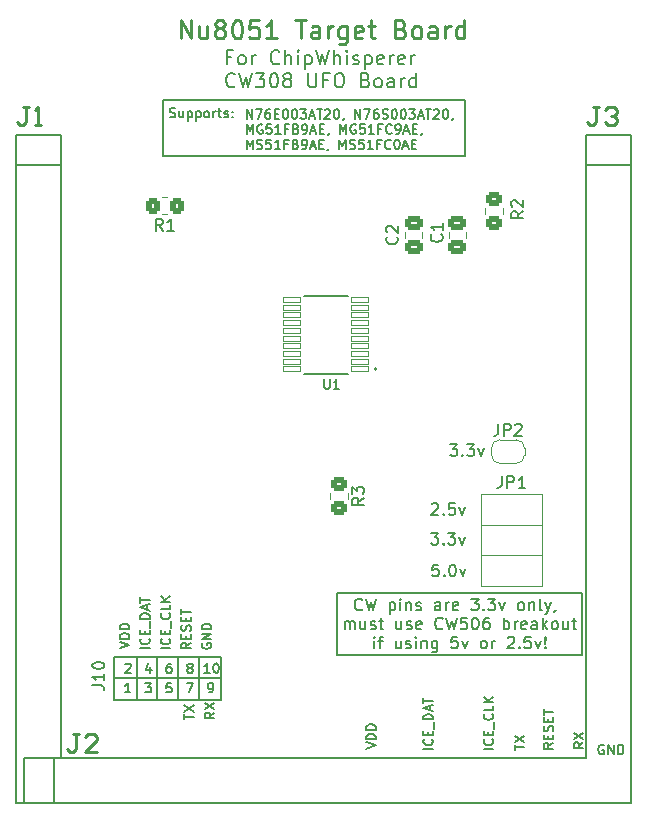
<source format=gbr>
%TF.GenerationSoftware,KiCad,Pcbnew,7.0.9*%
%TF.CreationDate,2024-04-02T12:11:21-07:00*%
%TF.ProjectId,nu8051-ufo-target-board,6e753830-3531-42d7-9566-6f2d74617267,rev?*%
%TF.SameCoordinates,Original*%
%TF.FileFunction,Legend,Top*%
%TF.FilePolarity,Positive*%
%FSLAX46Y46*%
G04 Gerber Fmt 4.6, Leading zero omitted, Abs format (unit mm)*
G04 Created by KiCad (PCBNEW 7.0.9) date 2024-04-02 12:11:21*
%MOMM*%
%LPD*%
G01*
G04 APERTURE LIST*
G04 Aperture macros list*
%AMRoundRect*
0 Rectangle with rounded corners*
0 $1 Rounding radius*
0 $2 $3 $4 $5 $6 $7 $8 $9 X,Y pos of 4 corners*
0 Add a 4 corners polygon primitive as box body*
4,1,4,$2,$3,$4,$5,$6,$7,$8,$9,$2,$3,0*
0 Add four circle primitives for the rounded corners*
1,1,$1+$1,$2,$3*
1,1,$1+$1,$4,$5*
1,1,$1+$1,$6,$7*
1,1,$1+$1,$8,$9*
0 Add four rect primitives between the rounded corners*
20,1,$1+$1,$2,$3,$4,$5,0*
20,1,$1+$1,$4,$5,$6,$7,0*
20,1,$1+$1,$6,$7,$8,$9,0*
20,1,$1+$1,$8,$9,$2,$3,0*%
%AMFreePoly0*
4,1,19,0.500000,-0.750000,0.000000,-0.750000,0.000000,-0.744911,-0.071157,-0.744911,-0.207708,-0.704816,-0.327430,-0.627875,-0.420627,-0.520320,-0.479746,-0.390866,-0.500000,-0.250000,-0.500000,0.250000,-0.479746,0.390866,-0.420627,0.520320,-0.327430,0.627875,-0.207708,0.704816,-0.071157,0.744911,0.000000,0.744911,0.000000,0.750000,0.500000,0.750000,0.500000,-0.750000,0.500000,-0.750000,
$1*%
%AMFreePoly1*
4,1,19,0.000000,0.744911,0.071157,0.744911,0.207708,0.704816,0.327430,0.627875,0.420627,0.520320,0.479746,0.390866,0.500000,0.250000,0.500000,-0.250000,0.479746,-0.390866,0.420627,-0.520320,0.327430,-0.627875,0.207708,-0.704816,0.071157,-0.744911,0.000000,-0.744911,0.000000,-0.750000,-0.500000,-0.750000,-0.500000,0.750000,0.000000,0.750000,0.000000,0.744911,0.000000,0.744911,
$1*%
G04 Aperture macros list end*
%ADD10C,0.254000*%
%ADD11C,0.150000*%
%ADD12C,0.200000*%
%ADD13C,0.120000*%
%ADD14C,0.127000*%
%ADD15RoundRect,0.250000X0.450000X-0.350000X0.450000X0.350000X-0.450000X0.350000X-0.450000X-0.350000X0*%
%ADD16C,1.700000*%
%ADD17O,1.700000X1.700000*%
%ADD18RoundRect,0.250000X0.350000X0.450000X-0.350000X0.450000X-0.350000X-0.450000X0.350000X-0.450000X0*%
%ADD19RoundRect,0.250000X-0.450000X0.350000X-0.450000X-0.350000X0.450000X-0.350000X0.450000X0.350000X0*%
%ADD20RoundRect,0.008200X0.731800X0.196800X-0.731800X0.196800X-0.731800X-0.196800X0.731800X-0.196800X0*%
%ADD21RoundRect,0.008200X-0.731800X-0.196800X0.731800X-0.196800X0.731800X0.196800X-0.731800X0.196800X0*%
%ADD22RoundRect,0.250000X-0.475000X0.337500X-0.475000X-0.337500X0.475000X-0.337500X0.475000X0.337500X0*%
%ADD23FreePoly0,0.000000*%
%ADD24FreePoly1,0.000000*%
%ADD25O,2.997200X1.498600*%
%ADD26O,1.498600X2.997200*%
%ADD27C,6.350000*%
G04 APERTURE END LIST*
D10*
X173520840Y-72410210D02*
X173520840Y-72663950D01*
D11*
X132870000Y-118715000D02*
X132870000Y-122355000D01*
D10*
X124245090Y-73679700D02*
X124752840Y-73679700D01*
X123229350Y-72156210D02*
X123483350Y-72156210D01*
X128004000Y-125265255D02*
X127496000Y-125265255D01*
D11*
X136370000Y-118715000D02*
X136370000Y-122355000D01*
X135070000Y-71540000D02*
X160690000Y-71540000D01*
X160690000Y-76320000D01*
X135070000Y-76320000D01*
X135070000Y-71540000D01*
D10*
X171997350Y-72156210D02*
X171489350Y-72156210D01*
D11*
X134620000Y-118715000D02*
X134620000Y-122355000D01*
D10*
X172759090Y-73679700D02*
X172505090Y-73425700D01*
D11*
X130970000Y-118720000D02*
X140010000Y-118720000D01*
X140010000Y-122350000D01*
X130970000Y-122350000D01*
X130970000Y-118720000D01*
D10*
X173266840Y-73679700D02*
X172759090Y-73679700D01*
D11*
X130960000Y-120530000D02*
X140000000Y-120530000D01*
D10*
X171489350Y-72156210D02*
X171743350Y-72156210D01*
X171489350Y-73679700D02*
X171235600Y-73679700D01*
X127242250Y-126788745D02*
X126988250Y-126534745D01*
X123229350Y-73679700D02*
X122975600Y-73679700D01*
X127496000Y-125265255D02*
X127750000Y-125265255D01*
X129273490Y-125265255D02*
X128765740Y-125265255D01*
X173520840Y-73171950D02*
X173520840Y-73425700D01*
X127496000Y-126788745D02*
X127242250Y-126788745D01*
X171743350Y-72156210D02*
X171743350Y-73425700D01*
X123483350Y-73425700D02*
X123229350Y-73679700D01*
X124499090Y-73679700D02*
X124499090Y-72156210D01*
X128511740Y-126788745D02*
X129527490Y-125772995D01*
X128765740Y-125265255D02*
X128511740Y-125519255D01*
D11*
X138120000Y-118715000D02*
X138120000Y-122355000D01*
D10*
X171235600Y-73679700D02*
X170981600Y-73425700D01*
X123483350Y-72156210D02*
X123483350Y-73425700D01*
X173266840Y-72917950D02*
X173520840Y-73171950D01*
X129527490Y-125772995D02*
X129527490Y-125519255D01*
X173012840Y-72917950D02*
X173266840Y-72917950D01*
X123737350Y-72156210D02*
X123229350Y-72156210D01*
D11*
X149860000Y-113320000D02*
X170560000Y-113320000D01*
X170560000Y-118550000D01*
X149860000Y-118550000D01*
X149860000Y-113320000D01*
D10*
X122975600Y-73679700D02*
X122721600Y-73425700D01*
X129527490Y-126788745D02*
X128511740Y-126788745D01*
X172759090Y-72156210D02*
X173266840Y-72156210D01*
X173266840Y-72156210D02*
X173520840Y-72410210D01*
X127750000Y-125265255D02*
X127750000Y-126534745D01*
X124499090Y-72156210D02*
X124245090Y-72410210D01*
X173520840Y-73425700D02*
X173266840Y-73679700D01*
X173520840Y-72663950D02*
X173266840Y-72917950D01*
X171743350Y-73425700D02*
X171489350Y-73679700D01*
X172505090Y-72410210D02*
X172759090Y-72156210D01*
X127750000Y-126534745D02*
X127496000Y-126788745D01*
X129527490Y-125519255D02*
X129273490Y-125265255D01*
X173266840Y-72917950D02*
X173012840Y-72917950D01*
X124752840Y-73679700D02*
X124499090Y-73679700D01*
D11*
X131434295Y-118005125D02*
X132234295Y-117738458D01*
X132234295Y-117738458D02*
X131434295Y-117471792D01*
X132234295Y-117205125D02*
X131434295Y-117205125D01*
X131434295Y-117205125D02*
X131434295Y-117014649D01*
X131434295Y-117014649D02*
X131472390Y-116900363D01*
X131472390Y-116900363D02*
X131548580Y-116824173D01*
X131548580Y-116824173D02*
X131624771Y-116786078D01*
X131624771Y-116786078D02*
X131777152Y-116747982D01*
X131777152Y-116747982D02*
X131891438Y-116747982D01*
X131891438Y-116747982D02*
X132043819Y-116786078D01*
X132043819Y-116786078D02*
X132120009Y-116824173D01*
X132120009Y-116824173D02*
X132196200Y-116900363D01*
X132196200Y-116900363D02*
X132234295Y-117014649D01*
X132234295Y-117014649D02*
X132234295Y-117205125D01*
X132234295Y-116405125D02*
X131434295Y-116405125D01*
X131434295Y-116405125D02*
X131434295Y-116214649D01*
X131434295Y-116214649D02*
X131472390Y-116100363D01*
X131472390Y-116100363D02*
X131548580Y-116024173D01*
X131548580Y-116024173D02*
X131624771Y-115986078D01*
X131624771Y-115986078D02*
X131777152Y-115947982D01*
X131777152Y-115947982D02*
X131891438Y-115947982D01*
X131891438Y-115947982D02*
X132043819Y-115986078D01*
X132043819Y-115986078D02*
X132120009Y-116024173D01*
X132120009Y-116024173D02*
X132196200Y-116100363D01*
X132196200Y-116100363D02*
X132234295Y-116214649D01*
X132234295Y-116214649D02*
X132234295Y-116405125D01*
X157791541Y-108219819D02*
X158410588Y-108219819D01*
X158410588Y-108219819D02*
X158077255Y-108600771D01*
X158077255Y-108600771D02*
X158220112Y-108600771D01*
X158220112Y-108600771D02*
X158315350Y-108648390D01*
X158315350Y-108648390D02*
X158362969Y-108696009D01*
X158362969Y-108696009D02*
X158410588Y-108791247D01*
X158410588Y-108791247D02*
X158410588Y-109029342D01*
X158410588Y-109029342D02*
X158362969Y-109124580D01*
X158362969Y-109124580D02*
X158315350Y-109172200D01*
X158315350Y-109172200D02*
X158220112Y-109219819D01*
X158220112Y-109219819D02*
X157934398Y-109219819D01*
X157934398Y-109219819D02*
X157839160Y-109172200D01*
X157839160Y-109172200D02*
X157791541Y-109124580D01*
X158839160Y-109124580D02*
X158886779Y-109172200D01*
X158886779Y-109172200D02*
X158839160Y-109219819D01*
X158839160Y-109219819D02*
X158791541Y-109172200D01*
X158791541Y-109172200D02*
X158839160Y-109124580D01*
X158839160Y-109124580D02*
X158839160Y-109219819D01*
X159220112Y-108219819D02*
X159839159Y-108219819D01*
X159839159Y-108219819D02*
X159505826Y-108600771D01*
X159505826Y-108600771D02*
X159648683Y-108600771D01*
X159648683Y-108600771D02*
X159743921Y-108648390D01*
X159743921Y-108648390D02*
X159791540Y-108696009D01*
X159791540Y-108696009D02*
X159839159Y-108791247D01*
X159839159Y-108791247D02*
X159839159Y-109029342D01*
X159839159Y-109029342D02*
X159791540Y-109124580D01*
X159791540Y-109124580D02*
X159743921Y-109172200D01*
X159743921Y-109172200D02*
X159648683Y-109219819D01*
X159648683Y-109219819D02*
X159362969Y-109219819D01*
X159362969Y-109219819D02*
X159267731Y-109172200D01*
X159267731Y-109172200D02*
X159220112Y-109124580D01*
X160172493Y-108553152D02*
X160410588Y-109219819D01*
X160410588Y-109219819D02*
X160648683Y-108553152D01*
X138947255Y-121744295D02*
X139099636Y-121744295D01*
X139099636Y-121744295D02*
X139175826Y-121706200D01*
X139175826Y-121706200D02*
X139213922Y-121668104D01*
X139213922Y-121668104D02*
X139290112Y-121553819D01*
X139290112Y-121553819D02*
X139328207Y-121401438D01*
X139328207Y-121401438D02*
X139328207Y-121096676D01*
X139328207Y-121096676D02*
X139290112Y-121020485D01*
X139290112Y-121020485D02*
X139252017Y-120982390D01*
X139252017Y-120982390D02*
X139175826Y-120944295D01*
X139175826Y-120944295D02*
X139023445Y-120944295D01*
X139023445Y-120944295D02*
X138947255Y-120982390D01*
X138947255Y-120982390D02*
X138909160Y-121020485D01*
X138909160Y-121020485D02*
X138871064Y-121096676D01*
X138871064Y-121096676D02*
X138871064Y-121287152D01*
X138871064Y-121287152D02*
X138909160Y-121363342D01*
X138909160Y-121363342D02*
X138947255Y-121401438D01*
X138947255Y-121401438D02*
X139023445Y-121439533D01*
X139023445Y-121439533D02*
X139175826Y-121439533D01*
X139175826Y-121439533D02*
X139252017Y-121401438D01*
X139252017Y-121401438D02*
X139290112Y-121363342D01*
X139290112Y-121363342D02*
X139328207Y-121287152D01*
X164874295Y-126615125D02*
X164874295Y-126157982D01*
X165674295Y-126386554D02*
X164874295Y-126386554D01*
X164874295Y-125967506D02*
X165674295Y-125434172D01*
X164874295Y-125434172D02*
X165674295Y-125967506D01*
X138432390Y-117591792D02*
X138394295Y-117667982D01*
X138394295Y-117667982D02*
X138394295Y-117782268D01*
X138394295Y-117782268D02*
X138432390Y-117896554D01*
X138432390Y-117896554D02*
X138508580Y-117972744D01*
X138508580Y-117972744D02*
X138584771Y-118010839D01*
X138584771Y-118010839D02*
X138737152Y-118048935D01*
X138737152Y-118048935D02*
X138851438Y-118048935D01*
X138851438Y-118048935D02*
X139003819Y-118010839D01*
X139003819Y-118010839D02*
X139080009Y-117972744D01*
X139080009Y-117972744D02*
X139156200Y-117896554D01*
X139156200Y-117896554D02*
X139194295Y-117782268D01*
X139194295Y-117782268D02*
X139194295Y-117706077D01*
X139194295Y-117706077D02*
X139156200Y-117591792D01*
X139156200Y-117591792D02*
X139118104Y-117553696D01*
X139118104Y-117553696D02*
X138851438Y-117553696D01*
X138851438Y-117553696D02*
X138851438Y-117706077D01*
X139194295Y-117210839D02*
X138394295Y-117210839D01*
X138394295Y-117210839D02*
X139194295Y-116753696D01*
X139194295Y-116753696D02*
X138394295Y-116753696D01*
X139194295Y-116372744D02*
X138394295Y-116372744D01*
X138394295Y-116372744D02*
X138394295Y-116182268D01*
X138394295Y-116182268D02*
X138432390Y-116067982D01*
X138432390Y-116067982D02*
X138508580Y-115991792D01*
X138508580Y-115991792D02*
X138584771Y-115953697D01*
X138584771Y-115953697D02*
X138737152Y-115915601D01*
X138737152Y-115915601D02*
X138851438Y-115915601D01*
X138851438Y-115915601D02*
X139003819Y-115953697D01*
X139003819Y-115953697D02*
X139080009Y-115991792D01*
X139080009Y-115991792D02*
X139156200Y-116067982D01*
X139156200Y-116067982D02*
X139194295Y-116182268D01*
X139194295Y-116182268D02*
X139194295Y-116372744D01*
X163044295Y-126540839D02*
X162244295Y-126540839D01*
X162968104Y-125702744D02*
X163006200Y-125740840D01*
X163006200Y-125740840D02*
X163044295Y-125855125D01*
X163044295Y-125855125D02*
X163044295Y-125931316D01*
X163044295Y-125931316D02*
X163006200Y-126045602D01*
X163006200Y-126045602D02*
X162930009Y-126121792D01*
X162930009Y-126121792D02*
X162853819Y-126159887D01*
X162853819Y-126159887D02*
X162701438Y-126197983D01*
X162701438Y-126197983D02*
X162587152Y-126197983D01*
X162587152Y-126197983D02*
X162434771Y-126159887D01*
X162434771Y-126159887D02*
X162358580Y-126121792D01*
X162358580Y-126121792D02*
X162282390Y-126045602D01*
X162282390Y-126045602D02*
X162244295Y-125931316D01*
X162244295Y-125931316D02*
X162244295Y-125855125D01*
X162244295Y-125855125D02*
X162282390Y-125740840D01*
X162282390Y-125740840D02*
X162320485Y-125702744D01*
X162625247Y-125359887D02*
X162625247Y-125093221D01*
X163044295Y-124978935D02*
X163044295Y-125359887D01*
X163044295Y-125359887D02*
X162244295Y-125359887D01*
X162244295Y-125359887D02*
X162244295Y-124978935D01*
X163120485Y-124826554D02*
X163120485Y-124217030D01*
X162968104Y-123569410D02*
X163006200Y-123607506D01*
X163006200Y-123607506D02*
X163044295Y-123721791D01*
X163044295Y-123721791D02*
X163044295Y-123797982D01*
X163044295Y-123797982D02*
X163006200Y-123912268D01*
X163006200Y-123912268D02*
X162930009Y-123988458D01*
X162930009Y-123988458D02*
X162853819Y-124026553D01*
X162853819Y-124026553D02*
X162701438Y-124064649D01*
X162701438Y-124064649D02*
X162587152Y-124064649D01*
X162587152Y-124064649D02*
X162434771Y-124026553D01*
X162434771Y-124026553D02*
X162358580Y-123988458D01*
X162358580Y-123988458D02*
X162282390Y-123912268D01*
X162282390Y-123912268D02*
X162244295Y-123797982D01*
X162244295Y-123797982D02*
X162244295Y-123721791D01*
X162244295Y-123721791D02*
X162282390Y-123607506D01*
X162282390Y-123607506D02*
X162320485Y-123569410D01*
X163044295Y-122845601D02*
X163044295Y-123226553D01*
X163044295Y-123226553D02*
X162244295Y-123226553D01*
X163044295Y-122578934D02*
X162244295Y-122578934D01*
X163044295Y-122121791D02*
X162587152Y-122464649D01*
X162244295Y-122121791D02*
X162701438Y-122578934D01*
D10*
X136579428Y-66370283D02*
X136579428Y-64846283D01*
X136579428Y-64846283D02*
X137450285Y-66370283D01*
X137450285Y-66370283D02*
X137450285Y-64846283D01*
X138829142Y-65354283D02*
X138829142Y-66370283D01*
X138175999Y-65354283D02*
X138175999Y-66152569D01*
X138175999Y-66152569D02*
X138248570Y-66297712D01*
X138248570Y-66297712D02*
X138393713Y-66370283D01*
X138393713Y-66370283D02*
X138611427Y-66370283D01*
X138611427Y-66370283D02*
X138756570Y-66297712D01*
X138756570Y-66297712D02*
X138829142Y-66225140D01*
X139772570Y-65499426D02*
X139627427Y-65426854D01*
X139627427Y-65426854D02*
X139554856Y-65354283D01*
X139554856Y-65354283D02*
X139482284Y-65209140D01*
X139482284Y-65209140D02*
X139482284Y-65136569D01*
X139482284Y-65136569D02*
X139554856Y-64991426D01*
X139554856Y-64991426D02*
X139627427Y-64918854D01*
X139627427Y-64918854D02*
X139772570Y-64846283D01*
X139772570Y-64846283D02*
X140062856Y-64846283D01*
X140062856Y-64846283D02*
X140207999Y-64918854D01*
X140207999Y-64918854D02*
X140280570Y-64991426D01*
X140280570Y-64991426D02*
X140353141Y-65136569D01*
X140353141Y-65136569D02*
X140353141Y-65209140D01*
X140353141Y-65209140D02*
X140280570Y-65354283D01*
X140280570Y-65354283D02*
X140207999Y-65426854D01*
X140207999Y-65426854D02*
X140062856Y-65499426D01*
X140062856Y-65499426D02*
X139772570Y-65499426D01*
X139772570Y-65499426D02*
X139627427Y-65571997D01*
X139627427Y-65571997D02*
X139554856Y-65644569D01*
X139554856Y-65644569D02*
X139482284Y-65789712D01*
X139482284Y-65789712D02*
X139482284Y-66079997D01*
X139482284Y-66079997D02*
X139554856Y-66225140D01*
X139554856Y-66225140D02*
X139627427Y-66297712D01*
X139627427Y-66297712D02*
X139772570Y-66370283D01*
X139772570Y-66370283D02*
X140062856Y-66370283D01*
X140062856Y-66370283D02*
X140207999Y-66297712D01*
X140207999Y-66297712D02*
X140280570Y-66225140D01*
X140280570Y-66225140D02*
X140353141Y-66079997D01*
X140353141Y-66079997D02*
X140353141Y-65789712D01*
X140353141Y-65789712D02*
X140280570Y-65644569D01*
X140280570Y-65644569D02*
X140207999Y-65571997D01*
X140207999Y-65571997D02*
X140062856Y-65499426D01*
X141296570Y-64846283D02*
X141441713Y-64846283D01*
X141441713Y-64846283D02*
X141586856Y-64918854D01*
X141586856Y-64918854D02*
X141659428Y-64991426D01*
X141659428Y-64991426D02*
X141731999Y-65136569D01*
X141731999Y-65136569D02*
X141804570Y-65426854D01*
X141804570Y-65426854D02*
X141804570Y-65789712D01*
X141804570Y-65789712D02*
X141731999Y-66079997D01*
X141731999Y-66079997D02*
X141659428Y-66225140D01*
X141659428Y-66225140D02*
X141586856Y-66297712D01*
X141586856Y-66297712D02*
X141441713Y-66370283D01*
X141441713Y-66370283D02*
X141296570Y-66370283D01*
X141296570Y-66370283D02*
X141151428Y-66297712D01*
X141151428Y-66297712D02*
X141078856Y-66225140D01*
X141078856Y-66225140D02*
X141006285Y-66079997D01*
X141006285Y-66079997D02*
X140933713Y-65789712D01*
X140933713Y-65789712D02*
X140933713Y-65426854D01*
X140933713Y-65426854D02*
X141006285Y-65136569D01*
X141006285Y-65136569D02*
X141078856Y-64991426D01*
X141078856Y-64991426D02*
X141151428Y-64918854D01*
X141151428Y-64918854D02*
X141296570Y-64846283D01*
X143183428Y-64846283D02*
X142457714Y-64846283D01*
X142457714Y-64846283D02*
X142385142Y-65571997D01*
X142385142Y-65571997D02*
X142457714Y-65499426D01*
X142457714Y-65499426D02*
X142602857Y-65426854D01*
X142602857Y-65426854D02*
X142965714Y-65426854D01*
X142965714Y-65426854D02*
X143110857Y-65499426D01*
X143110857Y-65499426D02*
X143183428Y-65571997D01*
X143183428Y-65571997D02*
X143255999Y-65717140D01*
X143255999Y-65717140D02*
X143255999Y-66079997D01*
X143255999Y-66079997D02*
X143183428Y-66225140D01*
X143183428Y-66225140D02*
X143110857Y-66297712D01*
X143110857Y-66297712D02*
X142965714Y-66370283D01*
X142965714Y-66370283D02*
X142602857Y-66370283D01*
X142602857Y-66370283D02*
X142457714Y-66297712D01*
X142457714Y-66297712D02*
X142385142Y-66225140D01*
X144707428Y-66370283D02*
X143836571Y-66370283D01*
X144272000Y-66370283D02*
X144272000Y-64846283D01*
X144272000Y-64846283D02*
X144126857Y-65063997D01*
X144126857Y-65063997D02*
X143981714Y-65209140D01*
X143981714Y-65209140D02*
X143836571Y-65281712D01*
X146304000Y-64846283D02*
X147174858Y-64846283D01*
X146739429Y-66370283D02*
X146739429Y-64846283D01*
X148336001Y-66370283D02*
X148336001Y-65571997D01*
X148336001Y-65571997D02*
X148263429Y-65426854D01*
X148263429Y-65426854D02*
X148118286Y-65354283D01*
X148118286Y-65354283D02*
X147828001Y-65354283D01*
X147828001Y-65354283D02*
X147682858Y-65426854D01*
X148336001Y-66297712D02*
X148190858Y-66370283D01*
X148190858Y-66370283D02*
X147828001Y-66370283D01*
X147828001Y-66370283D02*
X147682858Y-66297712D01*
X147682858Y-66297712D02*
X147610286Y-66152569D01*
X147610286Y-66152569D02*
X147610286Y-66007426D01*
X147610286Y-66007426D02*
X147682858Y-65862283D01*
X147682858Y-65862283D02*
X147828001Y-65789712D01*
X147828001Y-65789712D02*
X148190858Y-65789712D01*
X148190858Y-65789712D02*
X148336001Y-65717140D01*
X149061715Y-66370283D02*
X149061715Y-65354283D01*
X149061715Y-65644569D02*
X149134286Y-65499426D01*
X149134286Y-65499426D02*
X149206858Y-65426854D01*
X149206858Y-65426854D02*
X149352000Y-65354283D01*
X149352000Y-65354283D02*
X149497143Y-65354283D01*
X150658287Y-65354283D02*
X150658287Y-66587997D01*
X150658287Y-66587997D02*
X150585715Y-66733140D01*
X150585715Y-66733140D02*
X150513144Y-66805712D01*
X150513144Y-66805712D02*
X150368001Y-66878283D01*
X150368001Y-66878283D02*
X150150287Y-66878283D01*
X150150287Y-66878283D02*
X150005144Y-66805712D01*
X150658287Y-66297712D02*
X150513144Y-66370283D01*
X150513144Y-66370283D02*
X150222858Y-66370283D01*
X150222858Y-66370283D02*
X150077715Y-66297712D01*
X150077715Y-66297712D02*
X150005144Y-66225140D01*
X150005144Y-66225140D02*
X149932572Y-66079997D01*
X149932572Y-66079997D02*
X149932572Y-65644569D01*
X149932572Y-65644569D02*
X150005144Y-65499426D01*
X150005144Y-65499426D02*
X150077715Y-65426854D01*
X150077715Y-65426854D02*
X150222858Y-65354283D01*
X150222858Y-65354283D02*
X150513144Y-65354283D01*
X150513144Y-65354283D02*
X150658287Y-65426854D01*
X151964572Y-66297712D02*
X151819429Y-66370283D01*
X151819429Y-66370283D02*
X151529144Y-66370283D01*
X151529144Y-66370283D02*
X151384001Y-66297712D01*
X151384001Y-66297712D02*
X151311429Y-66152569D01*
X151311429Y-66152569D02*
X151311429Y-65571997D01*
X151311429Y-65571997D02*
X151384001Y-65426854D01*
X151384001Y-65426854D02*
X151529144Y-65354283D01*
X151529144Y-65354283D02*
X151819429Y-65354283D01*
X151819429Y-65354283D02*
X151964572Y-65426854D01*
X151964572Y-65426854D02*
X152037144Y-65571997D01*
X152037144Y-65571997D02*
X152037144Y-65717140D01*
X152037144Y-65717140D02*
X151311429Y-65862283D01*
X152472572Y-65354283D02*
X153053144Y-65354283D01*
X152690287Y-64846283D02*
X152690287Y-66152569D01*
X152690287Y-66152569D02*
X152762858Y-66297712D01*
X152762858Y-66297712D02*
X152908001Y-66370283D01*
X152908001Y-66370283D02*
X153053144Y-66370283D01*
X155230287Y-65571997D02*
X155448001Y-65644569D01*
X155448001Y-65644569D02*
X155520572Y-65717140D01*
X155520572Y-65717140D02*
X155593144Y-65862283D01*
X155593144Y-65862283D02*
X155593144Y-66079997D01*
X155593144Y-66079997D02*
X155520572Y-66225140D01*
X155520572Y-66225140D02*
X155448001Y-66297712D01*
X155448001Y-66297712D02*
X155302858Y-66370283D01*
X155302858Y-66370283D02*
X154722287Y-66370283D01*
X154722287Y-66370283D02*
X154722287Y-64846283D01*
X154722287Y-64846283D02*
X155230287Y-64846283D01*
X155230287Y-64846283D02*
X155375430Y-64918854D01*
X155375430Y-64918854D02*
X155448001Y-64991426D01*
X155448001Y-64991426D02*
X155520572Y-65136569D01*
X155520572Y-65136569D02*
X155520572Y-65281712D01*
X155520572Y-65281712D02*
X155448001Y-65426854D01*
X155448001Y-65426854D02*
X155375430Y-65499426D01*
X155375430Y-65499426D02*
X155230287Y-65571997D01*
X155230287Y-65571997D02*
X154722287Y-65571997D01*
X156464001Y-66370283D02*
X156318858Y-66297712D01*
X156318858Y-66297712D02*
X156246287Y-66225140D01*
X156246287Y-66225140D02*
X156173715Y-66079997D01*
X156173715Y-66079997D02*
X156173715Y-65644569D01*
X156173715Y-65644569D02*
X156246287Y-65499426D01*
X156246287Y-65499426D02*
X156318858Y-65426854D01*
X156318858Y-65426854D02*
X156464001Y-65354283D01*
X156464001Y-65354283D02*
X156681715Y-65354283D01*
X156681715Y-65354283D02*
X156826858Y-65426854D01*
X156826858Y-65426854D02*
X156899430Y-65499426D01*
X156899430Y-65499426D02*
X156972001Y-65644569D01*
X156972001Y-65644569D02*
X156972001Y-66079997D01*
X156972001Y-66079997D02*
X156899430Y-66225140D01*
X156899430Y-66225140D02*
X156826858Y-66297712D01*
X156826858Y-66297712D02*
X156681715Y-66370283D01*
X156681715Y-66370283D02*
X156464001Y-66370283D01*
X158278287Y-66370283D02*
X158278287Y-65571997D01*
X158278287Y-65571997D02*
X158205715Y-65426854D01*
X158205715Y-65426854D02*
X158060572Y-65354283D01*
X158060572Y-65354283D02*
X157770287Y-65354283D01*
X157770287Y-65354283D02*
X157625144Y-65426854D01*
X158278287Y-66297712D02*
X158133144Y-66370283D01*
X158133144Y-66370283D02*
X157770287Y-66370283D01*
X157770287Y-66370283D02*
X157625144Y-66297712D01*
X157625144Y-66297712D02*
X157552572Y-66152569D01*
X157552572Y-66152569D02*
X157552572Y-66007426D01*
X157552572Y-66007426D02*
X157625144Y-65862283D01*
X157625144Y-65862283D02*
X157770287Y-65789712D01*
X157770287Y-65789712D02*
X158133144Y-65789712D01*
X158133144Y-65789712D02*
X158278287Y-65717140D01*
X159004001Y-66370283D02*
X159004001Y-65354283D01*
X159004001Y-65644569D02*
X159076572Y-65499426D01*
X159076572Y-65499426D02*
X159149144Y-65426854D01*
X159149144Y-65426854D02*
X159294286Y-65354283D01*
X159294286Y-65354283D02*
X159439429Y-65354283D01*
X160600573Y-66370283D02*
X160600573Y-64846283D01*
X160600573Y-66297712D02*
X160455430Y-66370283D01*
X160455430Y-66370283D02*
X160165144Y-66370283D01*
X160165144Y-66370283D02*
X160020001Y-66297712D01*
X160020001Y-66297712D02*
X159947430Y-66225140D01*
X159947430Y-66225140D02*
X159874858Y-66079997D01*
X159874858Y-66079997D02*
X159874858Y-65644569D01*
X159874858Y-65644569D02*
X159947430Y-65499426D01*
X159947430Y-65499426D02*
X160020001Y-65426854D01*
X160020001Y-65426854D02*
X160165144Y-65354283D01*
X160165144Y-65354283D02*
X160455430Y-65354283D01*
X160455430Y-65354283D02*
X160600573Y-65426854D01*
D11*
X135651064Y-73016200D02*
X135765350Y-73054295D01*
X135765350Y-73054295D02*
X135955826Y-73054295D01*
X135955826Y-73054295D02*
X136032017Y-73016200D01*
X136032017Y-73016200D02*
X136070112Y-72978104D01*
X136070112Y-72978104D02*
X136108207Y-72901914D01*
X136108207Y-72901914D02*
X136108207Y-72825723D01*
X136108207Y-72825723D02*
X136070112Y-72749533D01*
X136070112Y-72749533D02*
X136032017Y-72711438D01*
X136032017Y-72711438D02*
X135955826Y-72673342D01*
X135955826Y-72673342D02*
X135803445Y-72635247D01*
X135803445Y-72635247D02*
X135727255Y-72597152D01*
X135727255Y-72597152D02*
X135689160Y-72559057D01*
X135689160Y-72559057D02*
X135651064Y-72482866D01*
X135651064Y-72482866D02*
X135651064Y-72406676D01*
X135651064Y-72406676D02*
X135689160Y-72330485D01*
X135689160Y-72330485D02*
X135727255Y-72292390D01*
X135727255Y-72292390D02*
X135803445Y-72254295D01*
X135803445Y-72254295D02*
X135993922Y-72254295D01*
X135993922Y-72254295D02*
X136108207Y-72292390D01*
X136793922Y-72520961D02*
X136793922Y-73054295D01*
X136451065Y-72520961D02*
X136451065Y-72940009D01*
X136451065Y-72940009D02*
X136489160Y-73016200D01*
X136489160Y-73016200D02*
X136565350Y-73054295D01*
X136565350Y-73054295D02*
X136679636Y-73054295D01*
X136679636Y-73054295D02*
X136755827Y-73016200D01*
X136755827Y-73016200D02*
X136793922Y-72978104D01*
X137174875Y-72520961D02*
X137174875Y-73320961D01*
X137174875Y-72559057D02*
X137251065Y-72520961D01*
X137251065Y-72520961D02*
X137403446Y-72520961D01*
X137403446Y-72520961D02*
X137479637Y-72559057D01*
X137479637Y-72559057D02*
X137517732Y-72597152D01*
X137517732Y-72597152D02*
X137555827Y-72673342D01*
X137555827Y-72673342D02*
X137555827Y-72901914D01*
X137555827Y-72901914D02*
X137517732Y-72978104D01*
X137517732Y-72978104D02*
X137479637Y-73016200D01*
X137479637Y-73016200D02*
X137403446Y-73054295D01*
X137403446Y-73054295D02*
X137251065Y-73054295D01*
X137251065Y-73054295D02*
X137174875Y-73016200D01*
X137898685Y-72520961D02*
X137898685Y-73320961D01*
X137898685Y-72559057D02*
X137974875Y-72520961D01*
X137974875Y-72520961D02*
X138127256Y-72520961D01*
X138127256Y-72520961D02*
X138203447Y-72559057D01*
X138203447Y-72559057D02*
X138241542Y-72597152D01*
X138241542Y-72597152D02*
X138279637Y-72673342D01*
X138279637Y-72673342D02*
X138279637Y-72901914D01*
X138279637Y-72901914D02*
X138241542Y-72978104D01*
X138241542Y-72978104D02*
X138203447Y-73016200D01*
X138203447Y-73016200D02*
X138127256Y-73054295D01*
X138127256Y-73054295D02*
X137974875Y-73054295D01*
X137974875Y-73054295D02*
X137898685Y-73016200D01*
X138736780Y-73054295D02*
X138660590Y-73016200D01*
X138660590Y-73016200D02*
X138622495Y-72978104D01*
X138622495Y-72978104D02*
X138584399Y-72901914D01*
X138584399Y-72901914D02*
X138584399Y-72673342D01*
X138584399Y-72673342D02*
X138622495Y-72597152D01*
X138622495Y-72597152D02*
X138660590Y-72559057D01*
X138660590Y-72559057D02*
X138736780Y-72520961D01*
X138736780Y-72520961D02*
X138851066Y-72520961D01*
X138851066Y-72520961D02*
X138927257Y-72559057D01*
X138927257Y-72559057D02*
X138965352Y-72597152D01*
X138965352Y-72597152D02*
X139003447Y-72673342D01*
X139003447Y-72673342D02*
X139003447Y-72901914D01*
X139003447Y-72901914D02*
X138965352Y-72978104D01*
X138965352Y-72978104D02*
X138927257Y-73016200D01*
X138927257Y-73016200D02*
X138851066Y-73054295D01*
X138851066Y-73054295D02*
X138736780Y-73054295D01*
X139346305Y-73054295D02*
X139346305Y-72520961D01*
X139346305Y-72673342D02*
X139384400Y-72597152D01*
X139384400Y-72597152D02*
X139422495Y-72559057D01*
X139422495Y-72559057D02*
X139498686Y-72520961D01*
X139498686Y-72520961D02*
X139574876Y-72520961D01*
X139727257Y-72520961D02*
X140032019Y-72520961D01*
X139841543Y-72254295D02*
X139841543Y-72940009D01*
X139841543Y-72940009D02*
X139879638Y-73016200D01*
X139879638Y-73016200D02*
X139955828Y-73054295D01*
X139955828Y-73054295D02*
X140032019Y-73054295D01*
X140260590Y-73016200D02*
X140336781Y-73054295D01*
X140336781Y-73054295D02*
X140489162Y-73054295D01*
X140489162Y-73054295D02*
X140565352Y-73016200D01*
X140565352Y-73016200D02*
X140603448Y-72940009D01*
X140603448Y-72940009D02*
X140603448Y-72901914D01*
X140603448Y-72901914D02*
X140565352Y-72825723D01*
X140565352Y-72825723D02*
X140489162Y-72787628D01*
X140489162Y-72787628D02*
X140374876Y-72787628D01*
X140374876Y-72787628D02*
X140298686Y-72749533D01*
X140298686Y-72749533D02*
X140260590Y-72673342D01*
X140260590Y-72673342D02*
X140260590Y-72635247D01*
X140260590Y-72635247D02*
X140298686Y-72559057D01*
X140298686Y-72559057D02*
X140374876Y-72520961D01*
X140374876Y-72520961D02*
X140489162Y-72520961D01*
X140489162Y-72520961D02*
X140565352Y-72559057D01*
X140946305Y-72978104D02*
X140984400Y-73016200D01*
X140984400Y-73016200D02*
X140946305Y-73054295D01*
X140946305Y-73054295D02*
X140908209Y-73016200D01*
X140908209Y-73016200D02*
X140946305Y-72978104D01*
X140946305Y-72978104D02*
X140946305Y-73054295D01*
X140946305Y-72559057D02*
X140984400Y-72597152D01*
X140984400Y-72597152D02*
X140946305Y-72635247D01*
X140946305Y-72635247D02*
X140908209Y-72597152D01*
X140908209Y-72597152D02*
X140946305Y-72559057D01*
X140946305Y-72559057D02*
X140946305Y-72635247D01*
X131881064Y-119370485D02*
X131919160Y-119332390D01*
X131919160Y-119332390D02*
X131995350Y-119294295D01*
X131995350Y-119294295D02*
X132185826Y-119294295D01*
X132185826Y-119294295D02*
X132262017Y-119332390D01*
X132262017Y-119332390D02*
X132300112Y-119370485D01*
X132300112Y-119370485D02*
X132338207Y-119446676D01*
X132338207Y-119446676D02*
X132338207Y-119522866D01*
X132338207Y-119522866D02*
X132300112Y-119637152D01*
X132300112Y-119637152D02*
X131842969Y-120094295D01*
X131842969Y-120094295D02*
X132338207Y-120094295D01*
X151948094Y-114694580D02*
X151900475Y-114742200D01*
X151900475Y-114742200D02*
X151757618Y-114789819D01*
X151757618Y-114789819D02*
X151662380Y-114789819D01*
X151662380Y-114789819D02*
X151519523Y-114742200D01*
X151519523Y-114742200D02*
X151424285Y-114646961D01*
X151424285Y-114646961D02*
X151376666Y-114551723D01*
X151376666Y-114551723D02*
X151329047Y-114361247D01*
X151329047Y-114361247D02*
X151329047Y-114218390D01*
X151329047Y-114218390D02*
X151376666Y-114027914D01*
X151376666Y-114027914D02*
X151424285Y-113932676D01*
X151424285Y-113932676D02*
X151519523Y-113837438D01*
X151519523Y-113837438D02*
X151662380Y-113789819D01*
X151662380Y-113789819D02*
X151757618Y-113789819D01*
X151757618Y-113789819D02*
X151900475Y-113837438D01*
X151900475Y-113837438D02*
X151948094Y-113885057D01*
X152281428Y-113789819D02*
X152519523Y-114789819D01*
X152519523Y-114789819D02*
X152709999Y-114075533D01*
X152709999Y-114075533D02*
X152900475Y-114789819D01*
X152900475Y-114789819D02*
X153138571Y-113789819D01*
X154281428Y-114123152D02*
X154281428Y-115123152D01*
X154281428Y-114170771D02*
X154376666Y-114123152D01*
X154376666Y-114123152D02*
X154567142Y-114123152D01*
X154567142Y-114123152D02*
X154662380Y-114170771D01*
X154662380Y-114170771D02*
X154709999Y-114218390D01*
X154709999Y-114218390D02*
X154757618Y-114313628D01*
X154757618Y-114313628D02*
X154757618Y-114599342D01*
X154757618Y-114599342D02*
X154709999Y-114694580D01*
X154709999Y-114694580D02*
X154662380Y-114742200D01*
X154662380Y-114742200D02*
X154567142Y-114789819D01*
X154567142Y-114789819D02*
X154376666Y-114789819D01*
X154376666Y-114789819D02*
X154281428Y-114742200D01*
X155186190Y-114789819D02*
X155186190Y-114123152D01*
X155186190Y-113789819D02*
X155138571Y-113837438D01*
X155138571Y-113837438D02*
X155186190Y-113885057D01*
X155186190Y-113885057D02*
X155233809Y-113837438D01*
X155233809Y-113837438D02*
X155186190Y-113789819D01*
X155186190Y-113789819D02*
X155186190Y-113885057D01*
X155662380Y-114123152D02*
X155662380Y-114789819D01*
X155662380Y-114218390D02*
X155709999Y-114170771D01*
X155709999Y-114170771D02*
X155805237Y-114123152D01*
X155805237Y-114123152D02*
X155948094Y-114123152D01*
X155948094Y-114123152D02*
X156043332Y-114170771D01*
X156043332Y-114170771D02*
X156090951Y-114266009D01*
X156090951Y-114266009D02*
X156090951Y-114789819D01*
X156519523Y-114742200D02*
X156614761Y-114789819D01*
X156614761Y-114789819D02*
X156805237Y-114789819D01*
X156805237Y-114789819D02*
X156900475Y-114742200D01*
X156900475Y-114742200D02*
X156948094Y-114646961D01*
X156948094Y-114646961D02*
X156948094Y-114599342D01*
X156948094Y-114599342D02*
X156900475Y-114504104D01*
X156900475Y-114504104D02*
X156805237Y-114456485D01*
X156805237Y-114456485D02*
X156662380Y-114456485D01*
X156662380Y-114456485D02*
X156567142Y-114408866D01*
X156567142Y-114408866D02*
X156519523Y-114313628D01*
X156519523Y-114313628D02*
X156519523Y-114266009D01*
X156519523Y-114266009D02*
X156567142Y-114170771D01*
X156567142Y-114170771D02*
X156662380Y-114123152D01*
X156662380Y-114123152D02*
X156805237Y-114123152D01*
X156805237Y-114123152D02*
X156900475Y-114170771D01*
X158567142Y-114789819D02*
X158567142Y-114266009D01*
X158567142Y-114266009D02*
X158519523Y-114170771D01*
X158519523Y-114170771D02*
X158424285Y-114123152D01*
X158424285Y-114123152D02*
X158233809Y-114123152D01*
X158233809Y-114123152D02*
X158138571Y-114170771D01*
X158567142Y-114742200D02*
X158471904Y-114789819D01*
X158471904Y-114789819D02*
X158233809Y-114789819D01*
X158233809Y-114789819D02*
X158138571Y-114742200D01*
X158138571Y-114742200D02*
X158090952Y-114646961D01*
X158090952Y-114646961D02*
X158090952Y-114551723D01*
X158090952Y-114551723D02*
X158138571Y-114456485D01*
X158138571Y-114456485D02*
X158233809Y-114408866D01*
X158233809Y-114408866D02*
X158471904Y-114408866D01*
X158471904Y-114408866D02*
X158567142Y-114361247D01*
X159043333Y-114789819D02*
X159043333Y-114123152D01*
X159043333Y-114313628D02*
X159090952Y-114218390D01*
X159090952Y-114218390D02*
X159138571Y-114170771D01*
X159138571Y-114170771D02*
X159233809Y-114123152D01*
X159233809Y-114123152D02*
X159329047Y-114123152D01*
X160043333Y-114742200D02*
X159948095Y-114789819D01*
X159948095Y-114789819D02*
X159757619Y-114789819D01*
X159757619Y-114789819D02*
X159662381Y-114742200D01*
X159662381Y-114742200D02*
X159614762Y-114646961D01*
X159614762Y-114646961D02*
X159614762Y-114266009D01*
X159614762Y-114266009D02*
X159662381Y-114170771D01*
X159662381Y-114170771D02*
X159757619Y-114123152D01*
X159757619Y-114123152D02*
X159948095Y-114123152D01*
X159948095Y-114123152D02*
X160043333Y-114170771D01*
X160043333Y-114170771D02*
X160090952Y-114266009D01*
X160090952Y-114266009D02*
X160090952Y-114361247D01*
X160090952Y-114361247D02*
X159614762Y-114456485D01*
X161186191Y-113789819D02*
X161805238Y-113789819D01*
X161805238Y-113789819D02*
X161471905Y-114170771D01*
X161471905Y-114170771D02*
X161614762Y-114170771D01*
X161614762Y-114170771D02*
X161710000Y-114218390D01*
X161710000Y-114218390D02*
X161757619Y-114266009D01*
X161757619Y-114266009D02*
X161805238Y-114361247D01*
X161805238Y-114361247D02*
X161805238Y-114599342D01*
X161805238Y-114599342D02*
X161757619Y-114694580D01*
X161757619Y-114694580D02*
X161710000Y-114742200D01*
X161710000Y-114742200D02*
X161614762Y-114789819D01*
X161614762Y-114789819D02*
X161329048Y-114789819D01*
X161329048Y-114789819D02*
X161233810Y-114742200D01*
X161233810Y-114742200D02*
X161186191Y-114694580D01*
X162233810Y-114694580D02*
X162281429Y-114742200D01*
X162281429Y-114742200D02*
X162233810Y-114789819D01*
X162233810Y-114789819D02*
X162186191Y-114742200D01*
X162186191Y-114742200D02*
X162233810Y-114694580D01*
X162233810Y-114694580D02*
X162233810Y-114789819D01*
X162614762Y-113789819D02*
X163233809Y-113789819D01*
X163233809Y-113789819D02*
X162900476Y-114170771D01*
X162900476Y-114170771D02*
X163043333Y-114170771D01*
X163043333Y-114170771D02*
X163138571Y-114218390D01*
X163138571Y-114218390D02*
X163186190Y-114266009D01*
X163186190Y-114266009D02*
X163233809Y-114361247D01*
X163233809Y-114361247D02*
X163233809Y-114599342D01*
X163233809Y-114599342D02*
X163186190Y-114694580D01*
X163186190Y-114694580D02*
X163138571Y-114742200D01*
X163138571Y-114742200D02*
X163043333Y-114789819D01*
X163043333Y-114789819D02*
X162757619Y-114789819D01*
X162757619Y-114789819D02*
X162662381Y-114742200D01*
X162662381Y-114742200D02*
X162614762Y-114694580D01*
X163567143Y-114123152D02*
X163805238Y-114789819D01*
X163805238Y-114789819D02*
X164043333Y-114123152D01*
X165329048Y-114789819D02*
X165233810Y-114742200D01*
X165233810Y-114742200D02*
X165186191Y-114694580D01*
X165186191Y-114694580D02*
X165138572Y-114599342D01*
X165138572Y-114599342D02*
X165138572Y-114313628D01*
X165138572Y-114313628D02*
X165186191Y-114218390D01*
X165186191Y-114218390D02*
X165233810Y-114170771D01*
X165233810Y-114170771D02*
X165329048Y-114123152D01*
X165329048Y-114123152D02*
X165471905Y-114123152D01*
X165471905Y-114123152D02*
X165567143Y-114170771D01*
X165567143Y-114170771D02*
X165614762Y-114218390D01*
X165614762Y-114218390D02*
X165662381Y-114313628D01*
X165662381Y-114313628D02*
X165662381Y-114599342D01*
X165662381Y-114599342D02*
X165614762Y-114694580D01*
X165614762Y-114694580D02*
X165567143Y-114742200D01*
X165567143Y-114742200D02*
X165471905Y-114789819D01*
X165471905Y-114789819D02*
X165329048Y-114789819D01*
X166090953Y-114123152D02*
X166090953Y-114789819D01*
X166090953Y-114218390D02*
X166138572Y-114170771D01*
X166138572Y-114170771D02*
X166233810Y-114123152D01*
X166233810Y-114123152D02*
X166376667Y-114123152D01*
X166376667Y-114123152D02*
X166471905Y-114170771D01*
X166471905Y-114170771D02*
X166519524Y-114266009D01*
X166519524Y-114266009D02*
X166519524Y-114789819D01*
X167138572Y-114789819D02*
X167043334Y-114742200D01*
X167043334Y-114742200D02*
X166995715Y-114646961D01*
X166995715Y-114646961D02*
X166995715Y-113789819D01*
X167424287Y-114123152D02*
X167662382Y-114789819D01*
X167900477Y-114123152D02*
X167662382Y-114789819D01*
X167662382Y-114789819D02*
X167567144Y-115027914D01*
X167567144Y-115027914D02*
X167519525Y-115075533D01*
X167519525Y-115075533D02*
X167424287Y-115123152D01*
X168329049Y-114742200D02*
X168329049Y-114789819D01*
X168329049Y-114789819D02*
X168281430Y-114885057D01*
X168281430Y-114885057D02*
X168233811Y-114932676D01*
X150471903Y-116399819D02*
X150471903Y-115733152D01*
X150471903Y-115828390D02*
X150519522Y-115780771D01*
X150519522Y-115780771D02*
X150614760Y-115733152D01*
X150614760Y-115733152D02*
X150757617Y-115733152D01*
X150757617Y-115733152D02*
X150852855Y-115780771D01*
X150852855Y-115780771D02*
X150900474Y-115876009D01*
X150900474Y-115876009D02*
X150900474Y-116399819D01*
X150900474Y-115876009D02*
X150948093Y-115780771D01*
X150948093Y-115780771D02*
X151043331Y-115733152D01*
X151043331Y-115733152D02*
X151186188Y-115733152D01*
X151186188Y-115733152D02*
X151281427Y-115780771D01*
X151281427Y-115780771D02*
X151329046Y-115876009D01*
X151329046Y-115876009D02*
X151329046Y-116399819D01*
X152233807Y-115733152D02*
X152233807Y-116399819D01*
X151805236Y-115733152D02*
X151805236Y-116256961D01*
X151805236Y-116256961D02*
X151852855Y-116352200D01*
X151852855Y-116352200D02*
X151948093Y-116399819D01*
X151948093Y-116399819D02*
X152090950Y-116399819D01*
X152090950Y-116399819D02*
X152186188Y-116352200D01*
X152186188Y-116352200D02*
X152233807Y-116304580D01*
X152662379Y-116352200D02*
X152757617Y-116399819D01*
X152757617Y-116399819D02*
X152948093Y-116399819D01*
X152948093Y-116399819D02*
X153043331Y-116352200D01*
X153043331Y-116352200D02*
X153090950Y-116256961D01*
X153090950Y-116256961D02*
X153090950Y-116209342D01*
X153090950Y-116209342D02*
X153043331Y-116114104D01*
X153043331Y-116114104D02*
X152948093Y-116066485D01*
X152948093Y-116066485D02*
X152805236Y-116066485D01*
X152805236Y-116066485D02*
X152709998Y-116018866D01*
X152709998Y-116018866D02*
X152662379Y-115923628D01*
X152662379Y-115923628D02*
X152662379Y-115876009D01*
X152662379Y-115876009D02*
X152709998Y-115780771D01*
X152709998Y-115780771D02*
X152805236Y-115733152D01*
X152805236Y-115733152D02*
X152948093Y-115733152D01*
X152948093Y-115733152D02*
X153043331Y-115780771D01*
X153376665Y-115733152D02*
X153757617Y-115733152D01*
X153519522Y-115399819D02*
X153519522Y-116256961D01*
X153519522Y-116256961D02*
X153567141Y-116352200D01*
X153567141Y-116352200D02*
X153662379Y-116399819D01*
X153662379Y-116399819D02*
X153757617Y-116399819D01*
X155281427Y-115733152D02*
X155281427Y-116399819D01*
X154852856Y-115733152D02*
X154852856Y-116256961D01*
X154852856Y-116256961D02*
X154900475Y-116352200D01*
X154900475Y-116352200D02*
X154995713Y-116399819D01*
X154995713Y-116399819D02*
X155138570Y-116399819D01*
X155138570Y-116399819D02*
X155233808Y-116352200D01*
X155233808Y-116352200D02*
X155281427Y-116304580D01*
X155709999Y-116352200D02*
X155805237Y-116399819D01*
X155805237Y-116399819D02*
X155995713Y-116399819D01*
X155995713Y-116399819D02*
X156090951Y-116352200D01*
X156090951Y-116352200D02*
X156138570Y-116256961D01*
X156138570Y-116256961D02*
X156138570Y-116209342D01*
X156138570Y-116209342D02*
X156090951Y-116114104D01*
X156090951Y-116114104D02*
X155995713Y-116066485D01*
X155995713Y-116066485D02*
X155852856Y-116066485D01*
X155852856Y-116066485D02*
X155757618Y-116018866D01*
X155757618Y-116018866D02*
X155709999Y-115923628D01*
X155709999Y-115923628D02*
X155709999Y-115876009D01*
X155709999Y-115876009D02*
X155757618Y-115780771D01*
X155757618Y-115780771D02*
X155852856Y-115733152D01*
X155852856Y-115733152D02*
X155995713Y-115733152D01*
X155995713Y-115733152D02*
X156090951Y-115780771D01*
X156948094Y-116352200D02*
X156852856Y-116399819D01*
X156852856Y-116399819D02*
X156662380Y-116399819D01*
X156662380Y-116399819D02*
X156567142Y-116352200D01*
X156567142Y-116352200D02*
X156519523Y-116256961D01*
X156519523Y-116256961D02*
X156519523Y-115876009D01*
X156519523Y-115876009D02*
X156567142Y-115780771D01*
X156567142Y-115780771D02*
X156662380Y-115733152D01*
X156662380Y-115733152D02*
X156852856Y-115733152D01*
X156852856Y-115733152D02*
X156948094Y-115780771D01*
X156948094Y-115780771D02*
X156995713Y-115876009D01*
X156995713Y-115876009D02*
X156995713Y-115971247D01*
X156995713Y-115971247D02*
X156519523Y-116066485D01*
X158757618Y-116304580D02*
X158709999Y-116352200D01*
X158709999Y-116352200D02*
X158567142Y-116399819D01*
X158567142Y-116399819D02*
X158471904Y-116399819D01*
X158471904Y-116399819D02*
X158329047Y-116352200D01*
X158329047Y-116352200D02*
X158233809Y-116256961D01*
X158233809Y-116256961D02*
X158186190Y-116161723D01*
X158186190Y-116161723D02*
X158138571Y-115971247D01*
X158138571Y-115971247D02*
X158138571Y-115828390D01*
X158138571Y-115828390D02*
X158186190Y-115637914D01*
X158186190Y-115637914D02*
X158233809Y-115542676D01*
X158233809Y-115542676D02*
X158329047Y-115447438D01*
X158329047Y-115447438D02*
X158471904Y-115399819D01*
X158471904Y-115399819D02*
X158567142Y-115399819D01*
X158567142Y-115399819D02*
X158709999Y-115447438D01*
X158709999Y-115447438D02*
X158757618Y-115495057D01*
X159090952Y-115399819D02*
X159329047Y-116399819D01*
X159329047Y-116399819D02*
X159519523Y-115685533D01*
X159519523Y-115685533D02*
X159709999Y-116399819D01*
X159709999Y-116399819D02*
X159948095Y-115399819D01*
X160805237Y-115399819D02*
X160329047Y-115399819D01*
X160329047Y-115399819D02*
X160281428Y-115876009D01*
X160281428Y-115876009D02*
X160329047Y-115828390D01*
X160329047Y-115828390D02*
X160424285Y-115780771D01*
X160424285Y-115780771D02*
X160662380Y-115780771D01*
X160662380Y-115780771D02*
X160757618Y-115828390D01*
X160757618Y-115828390D02*
X160805237Y-115876009D01*
X160805237Y-115876009D02*
X160852856Y-115971247D01*
X160852856Y-115971247D02*
X160852856Y-116209342D01*
X160852856Y-116209342D02*
X160805237Y-116304580D01*
X160805237Y-116304580D02*
X160757618Y-116352200D01*
X160757618Y-116352200D02*
X160662380Y-116399819D01*
X160662380Y-116399819D02*
X160424285Y-116399819D01*
X160424285Y-116399819D02*
X160329047Y-116352200D01*
X160329047Y-116352200D02*
X160281428Y-116304580D01*
X161471904Y-115399819D02*
X161567142Y-115399819D01*
X161567142Y-115399819D02*
X161662380Y-115447438D01*
X161662380Y-115447438D02*
X161709999Y-115495057D01*
X161709999Y-115495057D02*
X161757618Y-115590295D01*
X161757618Y-115590295D02*
X161805237Y-115780771D01*
X161805237Y-115780771D02*
X161805237Y-116018866D01*
X161805237Y-116018866D02*
X161757618Y-116209342D01*
X161757618Y-116209342D02*
X161709999Y-116304580D01*
X161709999Y-116304580D02*
X161662380Y-116352200D01*
X161662380Y-116352200D02*
X161567142Y-116399819D01*
X161567142Y-116399819D02*
X161471904Y-116399819D01*
X161471904Y-116399819D02*
X161376666Y-116352200D01*
X161376666Y-116352200D02*
X161329047Y-116304580D01*
X161329047Y-116304580D02*
X161281428Y-116209342D01*
X161281428Y-116209342D02*
X161233809Y-116018866D01*
X161233809Y-116018866D02*
X161233809Y-115780771D01*
X161233809Y-115780771D02*
X161281428Y-115590295D01*
X161281428Y-115590295D02*
X161329047Y-115495057D01*
X161329047Y-115495057D02*
X161376666Y-115447438D01*
X161376666Y-115447438D02*
X161471904Y-115399819D01*
X162662380Y-115399819D02*
X162471904Y-115399819D01*
X162471904Y-115399819D02*
X162376666Y-115447438D01*
X162376666Y-115447438D02*
X162329047Y-115495057D01*
X162329047Y-115495057D02*
X162233809Y-115637914D01*
X162233809Y-115637914D02*
X162186190Y-115828390D01*
X162186190Y-115828390D02*
X162186190Y-116209342D01*
X162186190Y-116209342D02*
X162233809Y-116304580D01*
X162233809Y-116304580D02*
X162281428Y-116352200D01*
X162281428Y-116352200D02*
X162376666Y-116399819D01*
X162376666Y-116399819D02*
X162567142Y-116399819D01*
X162567142Y-116399819D02*
X162662380Y-116352200D01*
X162662380Y-116352200D02*
X162709999Y-116304580D01*
X162709999Y-116304580D02*
X162757618Y-116209342D01*
X162757618Y-116209342D02*
X162757618Y-115971247D01*
X162757618Y-115971247D02*
X162709999Y-115876009D01*
X162709999Y-115876009D02*
X162662380Y-115828390D01*
X162662380Y-115828390D02*
X162567142Y-115780771D01*
X162567142Y-115780771D02*
X162376666Y-115780771D01*
X162376666Y-115780771D02*
X162281428Y-115828390D01*
X162281428Y-115828390D02*
X162233809Y-115876009D01*
X162233809Y-115876009D02*
X162186190Y-115971247D01*
X163948095Y-116399819D02*
X163948095Y-115399819D01*
X163948095Y-115780771D02*
X164043333Y-115733152D01*
X164043333Y-115733152D02*
X164233809Y-115733152D01*
X164233809Y-115733152D02*
X164329047Y-115780771D01*
X164329047Y-115780771D02*
X164376666Y-115828390D01*
X164376666Y-115828390D02*
X164424285Y-115923628D01*
X164424285Y-115923628D02*
X164424285Y-116209342D01*
X164424285Y-116209342D02*
X164376666Y-116304580D01*
X164376666Y-116304580D02*
X164329047Y-116352200D01*
X164329047Y-116352200D02*
X164233809Y-116399819D01*
X164233809Y-116399819D02*
X164043333Y-116399819D01*
X164043333Y-116399819D02*
X163948095Y-116352200D01*
X164852857Y-116399819D02*
X164852857Y-115733152D01*
X164852857Y-115923628D02*
X164900476Y-115828390D01*
X164900476Y-115828390D02*
X164948095Y-115780771D01*
X164948095Y-115780771D02*
X165043333Y-115733152D01*
X165043333Y-115733152D02*
X165138571Y-115733152D01*
X165852857Y-116352200D02*
X165757619Y-116399819D01*
X165757619Y-116399819D02*
X165567143Y-116399819D01*
X165567143Y-116399819D02*
X165471905Y-116352200D01*
X165471905Y-116352200D02*
X165424286Y-116256961D01*
X165424286Y-116256961D02*
X165424286Y-115876009D01*
X165424286Y-115876009D02*
X165471905Y-115780771D01*
X165471905Y-115780771D02*
X165567143Y-115733152D01*
X165567143Y-115733152D02*
X165757619Y-115733152D01*
X165757619Y-115733152D02*
X165852857Y-115780771D01*
X165852857Y-115780771D02*
X165900476Y-115876009D01*
X165900476Y-115876009D02*
X165900476Y-115971247D01*
X165900476Y-115971247D02*
X165424286Y-116066485D01*
X166757619Y-116399819D02*
X166757619Y-115876009D01*
X166757619Y-115876009D02*
X166710000Y-115780771D01*
X166710000Y-115780771D02*
X166614762Y-115733152D01*
X166614762Y-115733152D02*
X166424286Y-115733152D01*
X166424286Y-115733152D02*
X166329048Y-115780771D01*
X166757619Y-116352200D02*
X166662381Y-116399819D01*
X166662381Y-116399819D02*
X166424286Y-116399819D01*
X166424286Y-116399819D02*
X166329048Y-116352200D01*
X166329048Y-116352200D02*
X166281429Y-116256961D01*
X166281429Y-116256961D02*
X166281429Y-116161723D01*
X166281429Y-116161723D02*
X166329048Y-116066485D01*
X166329048Y-116066485D02*
X166424286Y-116018866D01*
X166424286Y-116018866D02*
X166662381Y-116018866D01*
X166662381Y-116018866D02*
X166757619Y-115971247D01*
X167233810Y-116399819D02*
X167233810Y-115399819D01*
X167329048Y-116018866D02*
X167614762Y-116399819D01*
X167614762Y-115733152D02*
X167233810Y-116114104D01*
X168186191Y-116399819D02*
X168090953Y-116352200D01*
X168090953Y-116352200D02*
X168043334Y-116304580D01*
X168043334Y-116304580D02*
X167995715Y-116209342D01*
X167995715Y-116209342D02*
X167995715Y-115923628D01*
X167995715Y-115923628D02*
X168043334Y-115828390D01*
X168043334Y-115828390D02*
X168090953Y-115780771D01*
X168090953Y-115780771D02*
X168186191Y-115733152D01*
X168186191Y-115733152D02*
X168329048Y-115733152D01*
X168329048Y-115733152D02*
X168424286Y-115780771D01*
X168424286Y-115780771D02*
X168471905Y-115828390D01*
X168471905Y-115828390D02*
X168519524Y-115923628D01*
X168519524Y-115923628D02*
X168519524Y-116209342D01*
X168519524Y-116209342D02*
X168471905Y-116304580D01*
X168471905Y-116304580D02*
X168424286Y-116352200D01*
X168424286Y-116352200D02*
X168329048Y-116399819D01*
X168329048Y-116399819D02*
X168186191Y-116399819D01*
X169376667Y-115733152D02*
X169376667Y-116399819D01*
X168948096Y-115733152D02*
X168948096Y-116256961D01*
X168948096Y-116256961D02*
X168995715Y-116352200D01*
X168995715Y-116352200D02*
X169090953Y-116399819D01*
X169090953Y-116399819D02*
X169233810Y-116399819D01*
X169233810Y-116399819D02*
X169329048Y-116352200D01*
X169329048Y-116352200D02*
X169376667Y-116304580D01*
X169710001Y-115733152D02*
X170090953Y-115733152D01*
X169852858Y-115399819D02*
X169852858Y-116256961D01*
X169852858Y-116256961D02*
X169900477Y-116352200D01*
X169900477Y-116352200D02*
X169995715Y-116399819D01*
X169995715Y-116399819D02*
X170090953Y-116399819D01*
X152971904Y-118009819D02*
X152971904Y-117343152D01*
X152971904Y-117009819D02*
X152924285Y-117057438D01*
X152924285Y-117057438D02*
X152971904Y-117105057D01*
X152971904Y-117105057D02*
X153019523Y-117057438D01*
X153019523Y-117057438D02*
X152971904Y-117009819D01*
X152971904Y-117009819D02*
X152971904Y-117105057D01*
X153305237Y-117343152D02*
X153686189Y-117343152D01*
X153448094Y-118009819D02*
X153448094Y-117152676D01*
X153448094Y-117152676D02*
X153495713Y-117057438D01*
X153495713Y-117057438D02*
X153590951Y-117009819D01*
X153590951Y-117009819D02*
X153686189Y-117009819D01*
X155209999Y-117343152D02*
X155209999Y-118009819D01*
X154781428Y-117343152D02*
X154781428Y-117866961D01*
X154781428Y-117866961D02*
X154829047Y-117962200D01*
X154829047Y-117962200D02*
X154924285Y-118009819D01*
X154924285Y-118009819D02*
X155067142Y-118009819D01*
X155067142Y-118009819D02*
X155162380Y-117962200D01*
X155162380Y-117962200D02*
X155209999Y-117914580D01*
X155638571Y-117962200D02*
X155733809Y-118009819D01*
X155733809Y-118009819D02*
X155924285Y-118009819D01*
X155924285Y-118009819D02*
X156019523Y-117962200D01*
X156019523Y-117962200D02*
X156067142Y-117866961D01*
X156067142Y-117866961D02*
X156067142Y-117819342D01*
X156067142Y-117819342D02*
X156019523Y-117724104D01*
X156019523Y-117724104D02*
X155924285Y-117676485D01*
X155924285Y-117676485D02*
X155781428Y-117676485D01*
X155781428Y-117676485D02*
X155686190Y-117628866D01*
X155686190Y-117628866D02*
X155638571Y-117533628D01*
X155638571Y-117533628D02*
X155638571Y-117486009D01*
X155638571Y-117486009D02*
X155686190Y-117390771D01*
X155686190Y-117390771D02*
X155781428Y-117343152D01*
X155781428Y-117343152D02*
X155924285Y-117343152D01*
X155924285Y-117343152D02*
X156019523Y-117390771D01*
X156495714Y-118009819D02*
X156495714Y-117343152D01*
X156495714Y-117009819D02*
X156448095Y-117057438D01*
X156448095Y-117057438D02*
X156495714Y-117105057D01*
X156495714Y-117105057D02*
X156543333Y-117057438D01*
X156543333Y-117057438D02*
X156495714Y-117009819D01*
X156495714Y-117009819D02*
X156495714Y-117105057D01*
X156971904Y-117343152D02*
X156971904Y-118009819D01*
X156971904Y-117438390D02*
X157019523Y-117390771D01*
X157019523Y-117390771D02*
X157114761Y-117343152D01*
X157114761Y-117343152D02*
X157257618Y-117343152D01*
X157257618Y-117343152D02*
X157352856Y-117390771D01*
X157352856Y-117390771D02*
X157400475Y-117486009D01*
X157400475Y-117486009D02*
X157400475Y-118009819D01*
X158305237Y-117343152D02*
X158305237Y-118152676D01*
X158305237Y-118152676D02*
X158257618Y-118247914D01*
X158257618Y-118247914D02*
X158209999Y-118295533D01*
X158209999Y-118295533D02*
X158114761Y-118343152D01*
X158114761Y-118343152D02*
X157971904Y-118343152D01*
X157971904Y-118343152D02*
X157876666Y-118295533D01*
X158305237Y-117962200D02*
X158209999Y-118009819D01*
X158209999Y-118009819D02*
X158019523Y-118009819D01*
X158019523Y-118009819D02*
X157924285Y-117962200D01*
X157924285Y-117962200D02*
X157876666Y-117914580D01*
X157876666Y-117914580D02*
X157829047Y-117819342D01*
X157829047Y-117819342D02*
X157829047Y-117533628D01*
X157829047Y-117533628D02*
X157876666Y-117438390D01*
X157876666Y-117438390D02*
X157924285Y-117390771D01*
X157924285Y-117390771D02*
X158019523Y-117343152D01*
X158019523Y-117343152D02*
X158209999Y-117343152D01*
X158209999Y-117343152D02*
X158305237Y-117390771D01*
X160019523Y-117009819D02*
X159543333Y-117009819D01*
X159543333Y-117009819D02*
X159495714Y-117486009D01*
X159495714Y-117486009D02*
X159543333Y-117438390D01*
X159543333Y-117438390D02*
X159638571Y-117390771D01*
X159638571Y-117390771D02*
X159876666Y-117390771D01*
X159876666Y-117390771D02*
X159971904Y-117438390D01*
X159971904Y-117438390D02*
X160019523Y-117486009D01*
X160019523Y-117486009D02*
X160067142Y-117581247D01*
X160067142Y-117581247D02*
X160067142Y-117819342D01*
X160067142Y-117819342D02*
X160019523Y-117914580D01*
X160019523Y-117914580D02*
X159971904Y-117962200D01*
X159971904Y-117962200D02*
X159876666Y-118009819D01*
X159876666Y-118009819D02*
X159638571Y-118009819D01*
X159638571Y-118009819D02*
X159543333Y-117962200D01*
X159543333Y-117962200D02*
X159495714Y-117914580D01*
X160400476Y-117343152D02*
X160638571Y-118009819D01*
X160638571Y-118009819D02*
X160876666Y-117343152D01*
X162162381Y-118009819D02*
X162067143Y-117962200D01*
X162067143Y-117962200D02*
X162019524Y-117914580D01*
X162019524Y-117914580D02*
X161971905Y-117819342D01*
X161971905Y-117819342D02*
X161971905Y-117533628D01*
X161971905Y-117533628D02*
X162019524Y-117438390D01*
X162019524Y-117438390D02*
X162067143Y-117390771D01*
X162067143Y-117390771D02*
X162162381Y-117343152D01*
X162162381Y-117343152D02*
X162305238Y-117343152D01*
X162305238Y-117343152D02*
X162400476Y-117390771D01*
X162400476Y-117390771D02*
X162448095Y-117438390D01*
X162448095Y-117438390D02*
X162495714Y-117533628D01*
X162495714Y-117533628D02*
X162495714Y-117819342D01*
X162495714Y-117819342D02*
X162448095Y-117914580D01*
X162448095Y-117914580D02*
X162400476Y-117962200D01*
X162400476Y-117962200D02*
X162305238Y-118009819D01*
X162305238Y-118009819D02*
X162162381Y-118009819D01*
X162924286Y-118009819D02*
X162924286Y-117343152D01*
X162924286Y-117533628D02*
X162971905Y-117438390D01*
X162971905Y-117438390D02*
X163019524Y-117390771D01*
X163019524Y-117390771D02*
X163114762Y-117343152D01*
X163114762Y-117343152D02*
X163210000Y-117343152D01*
X164257620Y-117105057D02*
X164305239Y-117057438D01*
X164305239Y-117057438D02*
X164400477Y-117009819D01*
X164400477Y-117009819D02*
X164638572Y-117009819D01*
X164638572Y-117009819D02*
X164733810Y-117057438D01*
X164733810Y-117057438D02*
X164781429Y-117105057D01*
X164781429Y-117105057D02*
X164829048Y-117200295D01*
X164829048Y-117200295D02*
X164829048Y-117295533D01*
X164829048Y-117295533D02*
X164781429Y-117438390D01*
X164781429Y-117438390D02*
X164210001Y-118009819D01*
X164210001Y-118009819D02*
X164829048Y-118009819D01*
X165257620Y-117914580D02*
X165305239Y-117962200D01*
X165305239Y-117962200D02*
X165257620Y-118009819D01*
X165257620Y-118009819D02*
X165210001Y-117962200D01*
X165210001Y-117962200D02*
X165257620Y-117914580D01*
X165257620Y-117914580D02*
X165257620Y-118009819D01*
X166210000Y-117009819D02*
X165733810Y-117009819D01*
X165733810Y-117009819D02*
X165686191Y-117486009D01*
X165686191Y-117486009D02*
X165733810Y-117438390D01*
X165733810Y-117438390D02*
X165829048Y-117390771D01*
X165829048Y-117390771D02*
X166067143Y-117390771D01*
X166067143Y-117390771D02*
X166162381Y-117438390D01*
X166162381Y-117438390D02*
X166210000Y-117486009D01*
X166210000Y-117486009D02*
X166257619Y-117581247D01*
X166257619Y-117581247D02*
X166257619Y-117819342D01*
X166257619Y-117819342D02*
X166210000Y-117914580D01*
X166210000Y-117914580D02*
X166162381Y-117962200D01*
X166162381Y-117962200D02*
X166067143Y-118009819D01*
X166067143Y-118009819D02*
X165829048Y-118009819D01*
X165829048Y-118009819D02*
X165733810Y-117962200D01*
X165733810Y-117962200D02*
X165686191Y-117914580D01*
X166590953Y-117343152D02*
X166829048Y-118009819D01*
X166829048Y-118009819D02*
X167067143Y-117343152D01*
X167448096Y-117914580D02*
X167495715Y-117962200D01*
X167495715Y-117962200D02*
X167448096Y-118009819D01*
X167448096Y-118009819D02*
X167400477Y-117962200D01*
X167400477Y-117962200D02*
X167448096Y-117914580D01*
X167448096Y-117914580D02*
X167448096Y-118009819D01*
X167448096Y-117628866D02*
X167400477Y-117057438D01*
X167400477Y-117057438D02*
X167448096Y-117009819D01*
X167448096Y-117009819D02*
X167495715Y-117057438D01*
X167495715Y-117057438D02*
X167448096Y-117628866D01*
X167448096Y-117628866D02*
X167448096Y-117009819D01*
X133582969Y-120944295D02*
X134078207Y-120944295D01*
X134078207Y-120944295D02*
X133811541Y-121249057D01*
X133811541Y-121249057D02*
X133925826Y-121249057D01*
X133925826Y-121249057D02*
X134002017Y-121287152D01*
X134002017Y-121287152D02*
X134040112Y-121325247D01*
X134040112Y-121325247D02*
X134078207Y-121401438D01*
X134078207Y-121401438D02*
X134078207Y-121591914D01*
X134078207Y-121591914D02*
X134040112Y-121668104D01*
X134040112Y-121668104D02*
X134002017Y-121706200D01*
X134002017Y-121706200D02*
X133925826Y-121744295D01*
X133925826Y-121744295D02*
X133697255Y-121744295D01*
X133697255Y-121744295D02*
X133621064Y-121706200D01*
X133621064Y-121706200D02*
X133582969Y-121668104D01*
X134012017Y-119560961D02*
X134012017Y-120094295D01*
X133821541Y-119256200D02*
X133631064Y-119827628D01*
X133631064Y-119827628D02*
X134126303Y-119827628D01*
X137283445Y-119637152D02*
X137207255Y-119599057D01*
X137207255Y-119599057D02*
X137169160Y-119560961D01*
X137169160Y-119560961D02*
X137131064Y-119484771D01*
X137131064Y-119484771D02*
X137131064Y-119446676D01*
X137131064Y-119446676D02*
X137169160Y-119370485D01*
X137169160Y-119370485D02*
X137207255Y-119332390D01*
X137207255Y-119332390D02*
X137283445Y-119294295D01*
X137283445Y-119294295D02*
X137435826Y-119294295D01*
X137435826Y-119294295D02*
X137512017Y-119332390D01*
X137512017Y-119332390D02*
X137550112Y-119370485D01*
X137550112Y-119370485D02*
X137588207Y-119446676D01*
X137588207Y-119446676D02*
X137588207Y-119484771D01*
X137588207Y-119484771D02*
X137550112Y-119560961D01*
X137550112Y-119560961D02*
X137512017Y-119599057D01*
X137512017Y-119599057D02*
X137435826Y-119637152D01*
X137435826Y-119637152D02*
X137283445Y-119637152D01*
X137283445Y-119637152D02*
X137207255Y-119675247D01*
X137207255Y-119675247D02*
X137169160Y-119713342D01*
X137169160Y-119713342D02*
X137131064Y-119789533D01*
X137131064Y-119789533D02*
X137131064Y-119941914D01*
X137131064Y-119941914D02*
X137169160Y-120018104D01*
X137169160Y-120018104D02*
X137207255Y-120056200D01*
X137207255Y-120056200D02*
X137283445Y-120094295D01*
X137283445Y-120094295D02*
X137435826Y-120094295D01*
X137435826Y-120094295D02*
X137512017Y-120056200D01*
X137512017Y-120056200D02*
X137550112Y-120018104D01*
X137550112Y-120018104D02*
X137588207Y-119941914D01*
X137588207Y-119941914D02*
X137588207Y-119789533D01*
X137588207Y-119789533D02*
X137550112Y-119713342D01*
X137550112Y-119713342D02*
X137512017Y-119675247D01*
X137512017Y-119675247D02*
X137435826Y-119637152D01*
X132328207Y-121744295D02*
X131871064Y-121744295D01*
X132099636Y-121744295D02*
X132099636Y-120944295D01*
X132099636Y-120944295D02*
X132023445Y-121058580D01*
X132023445Y-121058580D02*
X131947255Y-121134771D01*
X131947255Y-121134771D02*
X131871064Y-121172866D01*
X137434295Y-117553696D02*
X137053342Y-117820363D01*
X137434295Y-118010839D02*
X136634295Y-118010839D01*
X136634295Y-118010839D02*
X136634295Y-117706077D01*
X136634295Y-117706077D02*
X136672390Y-117629887D01*
X136672390Y-117629887D02*
X136710485Y-117591792D01*
X136710485Y-117591792D02*
X136786676Y-117553696D01*
X136786676Y-117553696D02*
X136900961Y-117553696D01*
X136900961Y-117553696D02*
X136977152Y-117591792D01*
X136977152Y-117591792D02*
X137015247Y-117629887D01*
X137015247Y-117629887D02*
X137053342Y-117706077D01*
X137053342Y-117706077D02*
X137053342Y-118010839D01*
X137015247Y-117210839D02*
X137015247Y-116944173D01*
X137434295Y-116829887D02*
X137434295Y-117210839D01*
X137434295Y-117210839D02*
X136634295Y-117210839D01*
X136634295Y-117210839D02*
X136634295Y-116829887D01*
X137396200Y-116525125D02*
X137434295Y-116410839D01*
X137434295Y-116410839D02*
X137434295Y-116220363D01*
X137434295Y-116220363D02*
X137396200Y-116144172D01*
X137396200Y-116144172D02*
X137358104Y-116106077D01*
X137358104Y-116106077D02*
X137281914Y-116067982D01*
X137281914Y-116067982D02*
X137205723Y-116067982D01*
X137205723Y-116067982D02*
X137129533Y-116106077D01*
X137129533Y-116106077D02*
X137091438Y-116144172D01*
X137091438Y-116144172D02*
X137053342Y-116220363D01*
X137053342Y-116220363D02*
X137015247Y-116372744D01*
X137015247Y-116372744D02*
X136977152Y-116448934D01*
X136977152Y-116448934D02*
X136939057Y-116487029D01*
X136939057Y-116487029D02*
X136862866Y-116525125D01*
X136862866Y-116525125D02*
X136786676Y-116525125D01*
X136786676Y-116525125D02*
X136710485Y-116487029D01*
X136710485Y-116487029D02*
X136672390Y-116448934D01*
X136672390Y-116448934D02*
X136634295Y-116372744D01*
X136634295Y-116372744D02*
X136634295Y-116182267D01*
X136634295Y-116182267D02*
X136672390Y-116067982D01*
X137015247Y-115725124D02*
X137015247Y-115458458D01*
X137434295Y-115344172D02*
X137434295Y-115725124D01*
X137434295Y-115725124D02*
X136634295Y-115725124D01*
X136634295Y-115725124D02*
X136634295Y-115344172D01*
X136634295Y-115115600D02*
X136634295Y-114658457D01*
X137434295Y-114887029D02*
X136634295Y-114887029D01*
X172399076Y-126209924D02*
X172322886Y-126171829D01*
X172322886Y-126171829D02*
X172208600Y-126171829D01*
X172208600Y-126171829D02*
X172094314Y-126209924D01*
X172094314Y-126209924D02*
X172018124Y-126286114D01*
X172018124Y-126286114D02*
X171980029Y-126362305D01*
X171980029Y-126362305D02*
X171941933Y-126514686D01*
X171941933Y-126514686D02*
X171941933Y-126628972D01*
X171941933Y-126628972D02*
X171980029Y-126781353D01*
X171980029Y-126781353D02*
X172018124Y-126857543D01*
X172018124Y-126857543D02*
X172094314Y-126933734D01*
X172094314Y-126933734D02*
X172208600Y-126971829D01*
X172208600Y-126971829D02*
X172284791Y-126971829D01*
X172284791Y-126971829D02*
X172399076Y-126933734D01*
X172399076Y-126933734D02*
X172437172Y-126895638D01*
X172437172Y-126895638D02*
X172437172Y-126628972D01*
X172437172Y-126628972D02*
X172284791Y-126628972D01*
X172780029Y-126971829D02*
X172780029Y-126171829D01*
X172780029Y-126171829D02*
X173237172Y-126971829D01*
X173237172Y-126971829D02*
X173237172Y-126171829D01*
X173618124Y-126971829D02*
X173618124Y-126171829D01*
X173618124Y-126171829D02*
X173808600Y-126171829D01*
X173808600Y-126171829D02*
X173922886Y-126209924D01*
X173922886Y-126209924D02*
X173999076Y-126286114D01*
X173999076Y-126286114D02*
X174037171Y-126362305D01*
X174037171Y-126362305D02*
X174075267Y-126514686D01*
X174075267Y-126514686D02*
X174075267Y-126628972D01*
X174075267Y-126628972D02*
X174037171Y-126781353D01*
X174037171Y-126781353D02*
X173999076Y-126857543D01*
X173999076Y-126857543D02*
X173922886Y-126933734D01*
X173922886Y-126933734D02*
X173808600Y-126971829D01*
X173808600Y-126971829D02*
X173618124Y-126971829D01*
X152294295Y-126495125D02*
X153094295Y-126228458D01*
X153094295Y-126228458D02*
X152294295Y-125961792D01*
X153094295Y-125695125D02*
X152294295Y-125695125D01*
X152294295Y-125695125D02*
X152294295Y-125504649D01*
X152294295Y-125504649D02*
X152332390Y-125390363D01*
X152332390Y-125390363D02*
X152408580Y-125314173D01*
X152408580Y-125314173D02*
X152484771Y-125276078D01*
X152484771Y-125276078D02*
X152637152Y-125237982D01*
X152637152Y-125237982D02*
X152751438Y-125237982D01*
X152751438Y-125237982D02*
X152903819Y-125276078D01*
X152903819Y-125276078D02*
X152980009Y-125314173D01*
X152980009Y-125314173D02*
X153056200Y-125390363D01*
X153056200Y-125390363D02*
X153094295Y-125504649D01*
X153094295Y-125504649D02*
X153094295Y-125695125D01*
X153094295Y-124895125D02*
X152294295Y-124895125D01*
X152294295Y-124895125D02*
X152294295Y-124704649D01*
X152294295Y-124704649D02*
X152332390Y-124590363D01*
X152332390Y-124590363D02*
X152408580Y-124514173D01*
X152408580Y-124514173D02*
X152484771Y-124476078D01*
X152484771Y-124476078D02*
X152637152Y-124437982D01*
X152637152Y-124437982D02*
X152751438Y-124437982D01*
X152751438Y-124437982D02*
X152903819Y-124476078D01*
X152903819Y-124476078D02*
X152980009Y-124514173D01*
X152980009Y-124514173D02*
X153056200Y-124590363D01*
X153056200Y-124590363D02*
X153094295Y-124704649D01*
X153094295Y-124704649D02*
X153094295Y-124895125D01*
X135762017Y-119294295D02*
X135609636Y-119294295D01*
X135609636Y-119294295D02*
X135533445Y-119332390D01*
X135533445Y-119332390D02*
X135495350Y-119370485D01*
X135495350Y-119370485D02*
X135419160Y-119484771D01*
X135419160Y-119484771D02*
X135381064Y-119637152D01*
X135381064Y-119637152D02*
X135381064Y-119941914D01*
X135381064Y-119941914D02*
X135419160Y-120018104D01*
X135419160Y-120018104D02*
X135457255Y-120056200D01*
X135457255Y-120056200D02*
X135533445Y-120094295D01*
X135533445Y-120094295D02*
X135685826Y-120094295D01*
X135685826Y-120094295D02*
X135762017Y-120056200D01*
X135762017Y-120056200D02*
X135800112Y-120018104D01*
X135800112Y-120018104D02*
X135838207Y-119941914D01*
X135838207Y-119941914D02*
X135838207Y-119751438D01*
X135838207Y-119751438D02*
X135800112Y-119675247D01*
X135800112Y-119675247D02*
X135762017Y-119637152D01*
X135762017Y-119637152D02*
X135685826Y-119599057D01*
X135685826Y-119599057D02*
X135533445Y-119599057D01*
X135533445Y-119599057D02*
X135457255Y-119637152D01*
X135457255Y-119637152D02*
X135419160Y-119675247D01*
X135419160Y-119675247D02*
X135381064Y-119751438D01*
X170654507Y-125967059D02*
X170273554Y-126233726D01*
X170654507Y-126424202D02*
X169854507Y-126424202D01*
X169854507Y-126424202D02*
X169854507Y-126119440D01*
X169854507Y-126119440D02*
X169892602Y-126043250D01*
X169892602Y-126043250D02*
X169930697Y-126005155D01*
X169930697Y-126005155D02*
X170006888Y-125967059D01*
X170006888Y-125967059D02*
X170121173Y-125967059D01*
X170121173Y-125967059D02*
X170197364Y-126005155D01*
X170197364Y-126005155D02*
X170235459Y-126043250D01*
X170235459Y-126043250D02*
X170273554Y-126119440D01*
X170273554Y-126119440D02*
X170273554Y-126424202D01*
X169854507Y-125700393D02*
X170654507Y-125167059D01*
X169854507Y-125167059D02*
X170654507Y-125700393D01*
X159391541Y-100719819D02*
X160010588Y-100719819D01*
X160010588Y-100719819D02*
X159677255Y-101100771D01*
X159677255Y-101100771D02*
X159820112Y-101100771D01*
X159820112Y-101100771D02*
X159915350Y-101148390D01*
X159915350Y-101148390D02*
X159962969Y-101196009D01*
X159962969Y-101196009D02*
X160010588Y-101291247D01*
X160010588Y-101291247D02*
X160010588Y-101529342D01*
X160010588Y-101529342D02*
X159962969Y-101624580D01*
X159962969Y-101624580D02*
X159915350Y-101672200D01*
X159915350Y-101672200D02*
X159820112Y-101719819D01*
X159820112Y-101719819D02*
X159534398Y-101719819D01*
X159534398Y-101719819D02*
X159439160Y-101672200D01*
X159439160Y-101672200D02*
X159391541Y-101624580D01*
X160439160Y-101624580D02*
X160486779Y-101672200D01*
X160486779Y-101672200D02*
X160439160Y-101719819D01*
X160439160Y-101719819D02*
X160391541Y-101672200D01*
X160391541Y-101672200D02*
X160439160Y-101624580D01*
X160439160Y-101624580D02*
X160439160Y-101719819D01*
X160820112Y-100719819D02*
X161439159Y-100719819D01*
X161439159Y-100719819D02*
X161105826Y-101100771D01*
X161105826Y-101100771D02*
X161248683Y-101100771D01*
X161248683Y-101100771D02*
X161343921Y-101148390D01*
X161343921Y-101148390D02*
X161391540Y-101196009D01*
X161391540Y-101196009D02*
X161439159Y-101291247D01*
X161439159Y-101291247D02*
X161439159Y-101529342D01*
X161439159Y-101529342D02*
X161391540Y-101624580D01*
X161391540Y-101624580D02*
X161343921Y-101672200D01*
X161343921Y-101672200D02*
X161248683Y-101719819D01*
X161248683Y-101719819D02*
X160962969Y-101719819D01*
X160962969Y-101719819D02*
X160867731Y-101672200D01*
X160867731Y-101672200D02*
X160820112Y-101624580D01*
X161772493Y-101053152D02*
X162010588Y-101719819D01*
X162010588Y-101719819D02*
X162248683Y-101053152D01*
X142169160Y-73148295D02*
X142169160Y-72348295D01*
X142169160Y-72348295D02*
X142626303Y-73148295D01*
X142626303Y-73148295D02*
X142626303Y-72348295D01*
X142931064Y-72348295D02*
X143464398Y-72348295D01*
X143464398Y-72348295D02*
X143121540Y-73148295D01*
X144112017Y-72348295D02*
X143959636Y-72348295D01*
X143959636Y-72348295D02*
X143883445Y-72386390D01*
X143883445Y-72386390D02*
X143845350Y-72424485D01*
X143845350Y-72424485D02*
X143769160Y-72538771D01*
X143769160Y-72538771D02*
X143731064Y-72691152D01*
X143731064Y-72691152D02*
X143731064Y-72995914D01*
X143731064Y-72995914D02*
X143769160Y-73072104D01*
X143769160Y-73072104D02*
X143807255Y-73110200D01*
X143807255Y-73110200D02*
X143883445Y-73148295D01*
X143883445Y-73148295D02*
X144035826Y-73148295D01*
X144035826Y-73148295D02*
X144112017Y-73110200D01*
X144112017Y-73110200D02*
X144150112Y-73072104D01*
X144150112Y-73072104D02*
X144188207Y-72995914D01*
X144188207Y-72995914D02*
X144188207Y-72805438D01*
X144188207Y-72805438D02*
X144150112Y-72729247D01*
X144150112Y-72729247D02*
X144112017Y-72691152D01*
X144112017Y-72691152D02*
X144035826Y-72653057D01*
X144035826Y-72653057D02*
X143883445Y-72653057D01*
X143883445Y-72653057D02*
X143807255Y-72691152D01*
X143807255Y-72691152D02*
X143769160Y-72729247D01*
X143769160Y-72729247D02*
X143731064Y-72805438D01*
X144531065Y-72729247D02*
X144797731Y-72729247D01*
X144912017Y-73148295D02*
X144531065Y-73148295D01*
X144531065Y-73148295D02*
X144531065Y-72348295D01*
X144531065Y-72348295D02*
X144912017Y-72348295D01*
X145407256Y-72348295D02*
X145483446Y-72348295D01*
X145483446Y-72348295D02*
X145559637Y-72386390D01*
X145559637Y-72386390D02*
X145597732Y-72424485D01*
X145597732Y-72424485D02*
X145635827Y-72500676D01*
X145635827Y-72500676D02*
X145673922Y-72653057D01*
X145673922Y-72653057D02*
X145673922Y-72843533D01*
X145673922Y-72843533D02*
X145635827Y-72995914D01*
X145635827Y-72995914D02*
X145597732Y-73072104D01*
X145597732Y-73072104D02*
X145559637Y-73110200D01*
X145559637Y-73110200D02*
X145483446Y-73148295D01*
X145483446Y-73148295D02*
X145407256Y-73148295D01*
X145407256Y-73148295D02*
X145331065Y-73110200D01*
X145331065Y-73110200D02*
X145292970Y-73072104D01*
X145292970Y-73072104D02*
X145254875Y-72995914D01*
X145254875Y-72995914D02*
X145216779Y-72843533D01*
X145216779Y-72843533D02*
X145216779Y-72653057D01*
X145216779Y-72653057D02*
X145254875Y-72500676D01*
X145254875Y-72500676D02*
X145292970Y-72424485D01*
X145292970Y-72424485D02*
X145331065Y-72386390D01*
X145331065Y-72386390D02*
X145407256Y-72348295D01*
X146169161Y-72348295D02*
X146245351Y-72348295D01*
X146245351Y-72348295D02*
X146321542Y-72386390D01*
X146321542Y-72386390D02*
X146359637Y-72424485D01*
X146359637Y-72424485D02*
X146397732Y-72500676D01*
X146397732Y-72500676D02*
X146435827Y-72653057D01*
X146435827Y-72653057D02*
X146435827Y-72843533D01*
X146435827Y-72843533D02*
X146397732Y-72995914D01*
X146397732Y-72995914D02*
X146359637Y-73072104D01*
X146359637Y-73072104D02*
X146321542Y-73110200D01*
X146321542Y-73110200D02*
X146245351Y-73148295D01*
X146245351Y-73148295D02*
X146169161Y-73148295D01*
X146169161Y-73148295D02*
X146092970Y-73110200D01*
X146092970Y-73110200D02*
X146054875Y-73072104D01*
X146054875Y-73072104D02*
X146016780Y-72995914D01*
X146016780Y-72995914D02*
X145978684Y-72843533D01*
X145978684Y-72843533D02*
X145978684Y-72653057D01*
X145978684Y-72653057D02*
X146016780Y-72500676D01*
X146016780Y-72500676D02*
X146054875Y-72424485D01*
X146054875Y-72424485D02*
X146092970Y-72386390D01*
X146092970Y-72386390D02*
X146169161Y-72348295D01*
X146702494Y-72348295D02*
X147197732Y-72348295D01*
X147197732Y-72348295D02*
X146931066Y-72653057D01*
X146931066Y-72653057D02*
X147045351Y-72653057D01*
X147045351Y-72653057D02*
X147121542Y-72691152D01*
X147121542Y-72691152D02*
X147159637Y-72729247D01*
X147159637Y-72729247D02*
X147197732Y-72805438D01*
X147197732Y-72805438D02*
X147197732Y-72995914D01*
X147197732Y-72995914D02*
X147159637Y-73072104D01*
X147159637Y-73072104D02*
X147121542Y-73110200D01*
X147121542Y-73110200D02*
X147045351Y-73148295D01*
X147045351Y-73148295D02*
X146816780Y-73148295D01*
X146816780Y-73148295D02*
X146740589Y-73110200D01*
X146740589Y-73110200D02*
X146702494Y-73072104D01*
X147502494Y-72919723D02*
X147883447Y-72919723D01*
X147426304Y-73148295D02*
X147692971Y-72348295D01*
X147692971Y-72348295D02*
X147959637Y-73148295D01*
X148112018Y-72348295D02*
X148569161Y-72348295D01*
X148340589Y-73148295D02*
X148340589Y-72348295D01*
X148797732Y-72424485D02*
X148835828Y-72386390D01*
X148835828Y-72386390D02*
X148912018Y-72348295D01*
X148912018Y-72348295D02*
X149102494Y-72348295D01*
X149102494Y-72348295D02*
X149178685Y-72386390D01*
X149178685Y-72386390D02*
X149216780Y-72424485D01*
X149216780Y-72424485D02*
X149254875Y-72500676D01*
X149254875Y-72500676D02*
X149254875Y-72576866D01*
X149254875Y-72576866D02*
X149216780Y-72691152D01*
X149216780Y-72691152D02*
X148759637Y-73148295D01*
X148759637Y-73148295D02*
X149254875Y-73148295D01*
X149750114Y-72348295D02*
X149826304Y-72348295D01*
X149826304Y-72348295D02*
X149902495Y-72386390D01*
X149902495Y-72386390D02*
X149940590Y-72424485D01*
X149940590Y-72424485D02*
X149978685Y-72500676D01*
X149978685Y-72500676D02*
X150016780Y-72653057D01*
X150016780Y-72653057D02*
X150016780Y-72843533D01*
X150016780Y-72843533D02*
X149978685Y-72995914D01*
X149978685Y-72995914D02*
X149940590Y-73072104D01*
X149940590Y-73072104D02*
X149902495Y-73110200D01*
X149902495Y-73110200D02*
X149826304Y-73148295D01*
X149826304Y-73148295D02*
X149750114Y-73148295D01*
X149750114Y-73148295D02*
X149673923Y-73110200D01*
X149673923Y-73110200D02*
X149635828Y-73072104D01*
X149635828Y-73072104D02*
X149597733Y-72995914D01*
X149597733Y-72995914D02*
X149559637Y-72843533D01*
X149559637Y-72843533D02*
X149559637Y-72653057D01*
X149559637Y-72653057D02*
X149597733Y-72500676D01*
X149597733Y-72500676D02*
X149635828Y-72424485D01*
X149635828Y-72424485D02*
X149673923Y-72386390D01*
X149673923Y-72386390D02*
X149750114Y-72348295D01*
X150397733Y-73110200D02*
X150397733Y-73148295D01*
X150397733Y-73148295D02*
X150359638Y-73224485D01*
X150359638Y-73224485D02*
X150321542Y-73262580D01*
X151350114Y-73148295D02*
X151350114Y-72348295D01*
X151350114Y-72348295D02*
X151807257Y-73148295D01*
X151807257Y-73148295D02*
X151807257Y-72348295D01*
X152112018Y-72348295D02*
X152645352Y-72348295D01*
X152645352Y-72348295D02*
X152302494Y-73148295D01*
X153292971Y-72348295D02*
X153140590Y-72348295D01*
X153140590Y-72348295D02*
X153064399Y-72386390D01*
X153064399Y-72386390D02*
X153026304Y-72424485D01*
X153026304Y-72424485D02*
X152950114Y-72538771D01*
X152950114Y-72538771D02*
X152912018Y-72691152D01*
X152912018Y-72691152D02*
X152912018Y-72995914D01*
X152912018Y-72995914D02*
X152950114Y-73072104D01*
X152950114Y-73072104D02*
X152988209Y-73110200D01*
X152988209Y-73110200D02*
X153064399Y-73148295D01*
X153064399Y-73148295D02*
X153216780Y-73148295D01*
X153216780Y-73148295D02*
X153292971Y-73110200D01*
X153292971Y-73110200D02*
X153331066Y-73072104D01*
X153331066Y-73072104D02*
X153369161Y-72995914D01*
X153369161Y-72995914D02*
X153369161Y-72805438D01*
X153369161Y-72805438D02*
X153331066Y-72729247D01*
X153331066Y-72729247D02*
X153292971Y-72691152D01*
X153292971Y-72691152D02*
X153216780Y-72653057D01*
X153216780Y-72653057D02*
X153064399Y-72653057D01*
X153064399Y-72653057D02*
X152988209Y-72691152D01*
X152988209Y-72691152D02*
X152950114Y-72729247D01*
X152950114Y-72729247D02*
X152912018Y-72805438D01*
X153673923Y-73110200D02*
X153788209Y-73148295D01*
X153788209Y-73148295D02*
X153978685Y-73148295D01*
X153978685Y-73148295D02*
X154054876Y-73110200D01*
X154054876Y-73110200D02*
X154092971Y-73072104D01*
X154092971Y-73072104D02*
X154131066Y-72995914D01*
X154131066Y-72995914D02*
X154131066Y-72919723D01*
X154131066Y-72919723D02*
X154092971Y-72843533D01*
X154092971Y-72843533D02*
X154054876Y-72805438D01*
X154054876Y-72805438D02*
X153978685Y-72767342D01*
X153978685Y-72767342D02*
X153826304Y-72729247D01*
X153826304Y-72729247D02*
X153750114Y-72691152D01*
X153750114Y-72691152D02*
X153712019Y-72653057D01*
X153712019Y-72653057D02*
X153673923Y-72576866D01*
X153673923Y-72576866D02*
X153673923Y-72500676D01*
X153673923Y-72500676D02*
X153712019Y-72424485D01*
X153712019Y-72424485D02*
X153750114Y-72386390D01*
X153750114Y-72386390D02*
X153826304Y-72348295D01*
X153826304Y-72348295D02*
X154016781Y-72348295D01*
X154016781Y-72348295D02*
X154131066Y-72386390D01*
X154626305Y-72348295D02*
X154702495Y-72348295D01*
X154702495Y-72348295D02*
X154778686Y-72386390D01*
X154778686Y-72386390D02*
X154816781Y-72424485D01*
X154816781Y-72424485D02*
X154854876Y-72500676D01*
X154854876Y-72500676D02*
X154892971Y-72653057D01*
X154892971Y-72653057D02*
X154892971Y-72843533D01*
X154892971Y-72843533D02*
X154854876Y-72995914D01*
X154854876Y-72995914D02*
X154816781Y-73072104D01*
X154816781Y-73072104D02*
X154778686Y-73110200D01*
X154778686Y-73110200D02*
X154702495Y-73148295D01*
X154702495Y-73148295D02*
X154626305Y-73148295D01*
X154626305Y-73148295D02*
X154550114Y-73110200D01*
X154550114Y-73110200D02*
X154512019Y-73072104D01*
X154512019Y-73072104D02*
X154473924Y-72995914D01*
X154473924Y-72995914D02*
X154435828Y-72843533D01*
X154435828Y-72843533D02*
X154435828Y-72653057D01*
X154435828Y-72653057D02*
X154473924Y-72500676D01*
X154473924Y-72500676D02*
X154512019Y-72424485D01*
X154512019Y-72424485D02*
X154550114Y-72386390D01*
X154550114Y-72386390D02*
X154626305Y-72348295D01*
X155388210Y-72348295D02*
X155464400Y-72348295D01*
X155464400Y-72348295D02*
X155540591Y-72386390D01*
X155540591Y-72386390D02*
X155578686Y-72424485D01*
X155578686Y-72424485D02*
X155616781Y-72500676D01*
X155616781Y-72500676D02*
X155654876Y-72653057D01*
X155654876Y-72653057D02*
X155654876Y-72843533D01*
X155654876Y-72843533D02*
X155616781Y-72995914D01*
X155616781Y-72995914D02*
X155578686Y-73072104D01*
X155578686Y-73072104D02*
X155540591Y-73110200D01*
X155540591Y-73110200D02*
X155464400Y-73148295D01*
X155464400Y-73148295D02*
X155388210Y-73148295D01*
X155388210Y-73148295D02*
X155312019Y-73110200D01*
X155312019Y-73110200D02*
X155273924Y-73072104D01*
X155273924Y-73072104D02*
X155235829Y-72995914D01*
X155235829Y-72995914D02*
X155197733Y-72843533D01*
X155197733Y-72843533D02*
X155197733Y-72653057D01*
X155197733Y-72653057D02*
X155235829Y-72500676D01*
X155235829Y-72500676D02*
X155273924Y-72424485D01*
X155273924Y-72424485D02*
X155312019Y-72386390D01*
X155312019Y-72386390D02*
X155388210Y-72348295D01*
X155921543Y-72348295D02*
X156416781Y-72348295D01*
X156416781Y-72348295D02*
X156150115Y-72653057D01*
X156150115Y-72653057D02*
X156264400Y-72653057D01*
X156264400Y-72653057D02*
X156340591Y-72691152D01*
X156340591Y-72691152D02*
X156378686Y-72729247D01*
X156378686Y-72729247D02*
X156416781Y-72805438D01*
X156416781Y-72805438D02*
X156416781Y-72995914D01*
X156416781Y-72995914D02*
X156378686Y-73072104D01*
X156378686Y-73072104D02*
X156340591Y-73110200D01*
X156340591Y-73110200D02*
X156264400Y-73148295D01*
X156264400Y-73148295D02*
X156035829Y-73148295D01*
X156035829Y-73148295D02*
X155959638Y-73110200D01*
X155959638Y-73110200D02*
X155921543Y-73072104D01*
X156721543Y-72919723D02*
X157102496Y-72919723D01*
X156645353Y-73148295D02*
X156912020Y-72348295D01*
X156912020Y-72348295D02*
X157178686Y-73148295D01*
X157331067Y-72348295D02*
X157788210Y-72348295D01*
X157559638Y-73148295D02*
X157559638Y-72348295D01*
X158016781Y-72424485D02*
X158054877Y-72386390D01*
X158054877Y-72386390D02*
X158131067Y-72348295D01*
X158131067Y-72348295D02*
X158321543Y-72348295D01*
X158321543Y-72348295D02*
X158397734Y-72386390D01*
X158397734Y-72386390D02*
X158435829Y-72424485D01*
X158435829Y-72424485D02*
X158473924Y-72500676D01*
X158473924Y-72500676D02*
X158473924Y-72576866D01*
X158473924Y-72576866D02*
X158435829Y-72691152D01*
X158435829Y-72691152D02*
X157978686Y-73148295D01*
X157978686Y-73148295D02*
X158473924Y-73148295D01*
X158969163Y-72348295D02*
X159045353Y-72348295D01*
X159045353Y-72348295D02*
X159121544Y-72386390D01*
X159121544Y-72386390D02*
X159159639Y-72424485D01*
X159159639Y-72424485D02*
X159197734Y-72500676D01*
X159197734Y-72500676D02*
X159235829Y-72653057D01*
X159235829Y-72653057D02*
X159235829Y-72843533D01*
X159235829Y-72843533D02*
X159197734Y-72995914D01*
X159197734Y-72995914D02*
X159159639Y-73072104D01*
X159159639Y-73072104D02*
X159121544Y-73110200D01*
X159121544Y-73110200D02*
X159045353Y-73148295D01*
X159045353Y-73148295D02*
X158969163Y-73148295D01*
X158969163Y-73148295D02*
X158892972Y-73110200D01*
X158892972Y-73110200D02*
X158854877Y-73072104D01*
X158854877Y-73072104D02*
X158816782Y-72995914D01*
X158816782Y-72995914D02*
X158778686Y-72843533D01*
X158778686Y-72843533D02*
X158778686Y-72653057D01*
X158778686Y-72653057D02*
X158816782Y-72500676D01*
X158816782Y-72500676D02*
X158854877Y-72424485D01*
X158854877Y-72424485D02*
X158892972Y-72386390D01*
X158892972Y-72386390D02*
X158969163Y-72348295D01*
X159616782Y-73110200D02*
X159616782Y-73148295D01*
X159616782Y-73148295D02*
X159578687Y-73224485D01*
X159578687Y-73224485D02*
X159540591Y-73262580D01*
X142169160Y-74436295D02*
X142169160Y-73636295D01*
X142169160Y-73636295D02*
X142435826Y-74207723D01*
X142435826Y-74207723D02*
X142702493Y-73636295D01*
X142702493Y-73636295D02*
X142702493Y-74436295D01*
X143502493Y-73674390D02*
X143426303Y-73636295D01*
X143426303Y-73636295D02*
X143312017Y-73636295D01*
X143312017Y-73636295D02*
X143197731Y-73674390D01*
X143197731Y-73674390D02*
X143121541Y-73750580D01*
X143121541Y-73750580D02*
X143083446Y-73826771D01*
X143083446Y-73826771D02*
X143045350Y-73979152D01*
X143045350Y-73979152D02*
X143045350Y-74093438D01*
X143045350Y-74093438D02*
X143083446Y-74245819D01*
X143083446Y-74245819D02*
X143121541Y-74322009D01*
X143121541Y-74322009D02*
X143197731Y-74398200D01*
X143197731Y-74398200D02*
X143312017Y-74436295D01*
X143312017Y-74436295D02*
X143388208Y-74436295D01*
X143388208Y-74436295D02*
X143502493Y-74398200D01*
X143502493Y-74398200D02*
X143540589Y-74360104D01*
X143540589Y-74360104D02*
X143540589Y-74093438D01*
X143540589Y-74093438D02*
X143388208Y-74093438D01*
X144264398Y-73636295D02*
X143883446Y-73636295D01*
X143883446Y-73636295D02*
X143845350Y-74017247D01*
X143845350Y-74017247D02*
X143883446Y-73979152D01*
X143883446Y-73979152D02*
X143959636Y-73941057D01*
X143959636Y-73941057D02*
X144150112Y-73941057D01*
X144150112Y-73941057D02*
X144226303Y-73979152D01*
X144226303Y-73979152D02*
X144264398Y-74017247D01*
X144264398Y-74017247D02*
X144302493Y-74093438D01*
X144302493Y-74093438D02*
X144302493Y-74283914D01*
X144302493Y-74283914D02*
X144264398Y-74360104D01*
X144264398Y-74360104D02*
X144226303Y-74398200D01*
X144226303Y-74398200D02*
X144150112Y-74436295D01*
X144150112Y-74436295D02*
X143959636Y-74436295D01*
X143959636Y-74436295D02*
X143883446Y-74398200D01*
X143883446Y-74398200D02*
X143845350Y-74360104D01*
X145064398Y-74436295D02*
X144607255Y-74436295D01*
X144835827Y-74436295D02*
X144835827Y-73636295D01*
X144835827Y-73636295D02*
X144759636Y-73750580D01*
X144759636Y-73750580D02*
X144683446Y-73826771D01*
X144683446Y-73826771D02*
X144607255Y-73864866D01*
X145673922Y-74017247D02*
X145407256Y-74017247D01*
X145407256Y-74436295D02*
X145407256Y-73636295D01*
X145407256Y-73636295D02*
X145788208Y-73636295D01*
X146359636Y-74017247D02*
X146473922Y-74055342D01*
X146473922Y-74055342D02*
X146512017Y-74093438D01*
X146512017Y-74093438D02*
X146550113Y-74169628D01*
X146550113Y-74169628D02*
X146550113Y-74283914D01*
X146550113Y-74283914D02*
X146512017Y-74360104D01*
X146512017Y-74360104D02*
X146473922Y-74398200D01*
X146473922Y-74398200D02*
X146397732Y-74436295D01*
X146397732Y-74436295D02*
X146092970Y-74436295D01*
X146092970Y-74436295D02*
X146092970Y-73636295D01*
X146092970Y-73636295D02*
X146359636Y-73636295D01*
X146359636Y-73636295D02*
X146435827Y-73674390D01*
X146435827Y-73674390D02*
X146473922Y-73712485D01*
X146473922Y-73712485D02*
X146512017Y-73788676D01*
X146512017Y-73788676D02*
X146512017Y-73864866D01*
X146512017Y-73864866D02*
X146473922Y-73941057D01*
X146473922Y-73941057D02*
X146435827Y-73979152D01*
X146435827Y-73979152D02*
X146359636Y-74017247D01*
X146359636Y-74017247D02*
X146092970Y-74017247D01*
X146931065Y-74436295D02*
X147083446Y-74436295D01*
X147083446Y-74436295D02*
X147159636Y-74398200D01*
X147159636Y-74398200D02*
X147197732Y-74360104D01*
X147197732Y-74360104D02*
X147273922Y-74245819D01*
X147273922Y-74245819D02*
X147312017Y-74093438D01*
X147312017Y-74093438D02*
X147312017Y-73788676D01*
X147312017Y-73788676D02*
X147273922Y-73712485D01*
X147273922Y-73712485D02*
X147235827Y-73674390D01*
X147235827Y-73674390D02*
X147159636Y-73636295D01*
X147159636Y-73636295D02*
X147007255Y-73636295D01*
X147007255Y-73636295D02*
X146931065Y-73674390D01*
X146931065Y-73674390D02*
X146892970Y-73712485D01*
X146892970Y-73712485D02*
X146854874Y-73788676D01*
X146854874Y-73788676D02*
X146854874Y-73979152D01*
X146854874Y-73979152D02*
X146892970Y-74055342D01*
X146892970Y-74055342D02*
X146931065Y-74093438D01*
X146931065Y-74093438D02*
X147007255Y-74131533D01*
X147007255Y-74131533D02*
X147159636Y-74131533D01*
X147159636Y-74131533D02*
X147235827Y-74093438D01*
X147235827Y-74093438D02*
X147273922Y-74055342D01*
X147273922Y-74055342D02*
X147312017Y-73979152D01*
X147616779Y-74207723D02*
X147997732Y-74207723D01*
X147540589Y-74436295D02*
X147807256Y-73636295D01*
X147807256Y-73636295D02*
X148073922Y-74436295D01*
X148340589Y-74017247D02*
X148607255Y-74017247D01*
X148721541Y-74436295D02*
X148340589Y-74436295D01*
X148340589Y-74436295D02*
X148340589Y-73636295D01*
X148340589Y-73636295D02*
X148721541Y-73636295D01*
X149102494Y-74398200D02*
X149102494Y-74436295D01*
X149102494Y-74436295D02*
X149064399Y-74512485D01*
X149064399Y-74512485D02*
X149026303Y-74550580D01*
X150054875Y-74436295D02*
X150054875Y-73636295D01*
X150054875Y-73636295D02*
X150321541Y-74207723D01*
X150321541Y-74207723D02*
X150588208Y-73636295D01*
X150588208Y-73636295D02*
X150588208Y-74436295D01*
X151388208Y-73674390D02*
X151312018Y-73636295D01*
X151312018Y-73636295D02*
X151197732Y-73636295D01*
X151197732Y-73636295D02*
X151083446Y-73674390D01*
X151083446Y-73674390D02*
X151007256Y-73750580D01*
X151007256Y-73750580D02*
X150969161Y-73826771D01*
X150969161Y-73826771D02*
X150931065Y-73979152D01*
X150931065Y-73979152D02*
X150931065Y-74093438D01*
X150931065Y-74093438D02*
X150969161Y-74245819D01*
X150969161Y-74245819D02*
X151007256Y-74322009D01*
X151007256Y-74322009D02*
X151083446Y-74398200D01*
X151083446Y-74398200D02*
X151197732Y-74436295D01*
X151197732Y-74436295D02*
X151273923Y-74436295D01*
X151273923Y-74436295D02*
X151388208Y-74398200D01*
X151388208Y-74398200D02*
X151426304Y-74360104D01*
X151426304Y-74360104D02*
X151426304Y-74093438D01*
X151426304Y-74093438D02*
X151273923Y-74093438D01*
X152150113Y-73636295D02*
X151769161Y-73636295D01*
X151769161Y-73636295D02*
X151731065Y-74017247D01*
X151731065Y-74017247D02*
X151769161Y-73979152D01*
X151769161Y-73979152D02*
X151845351Y-73941057D01*
X151845351Y-73941057D02*
X152035827Y-73941057D01*
X152035827Y-73941057D02*
X152112018Y-73979152D01*
X152112018Y-73979152D02*
X152150113Y-74017247D01*
X152150113Y-74017247D02*
X152188208Y-74093438D01*
X152188208Y-74093438D02*
X152188208Y-74283914D01*
X152188208Y-74283914D02*
X152150113Y-74360104D01*
X152150113Y-74360104D02*
X152112018Y-74398200D01*
X152112018Y-74398200D02*
X152035827Y-74436295D01*
X152035827Y-74436295D02*
X151845351Y-74436295D01*
X151845351Y-74436295D02*
X151769161Y-74398200D01*
X151769161Y-74398200D02*
X151731065Y-74360104D01*
X152950113Y-74436295D02*
X152492970Y-74436295D01*
X152721542Y-74436295D02*
X152721542Y-73636295D01*
X152721542Y-73636295D02*
X152645351Y-73750580D01*
X152645351Y-73750580D02*
X152569161Y-73826771D01*
X152569161Y-73826771D02*
X152492970Y-73864866D01*
X153559637Y-74017247D02*
X153292971Y-74017247D01*
X153292971Y-74436295D02*
X153292971Y-73636295D01*
X153292971Y-73636295D02*
X153673923Y-73636295D01*
X154435828Y-74360104D02*
X154397732Y-74398200D01*
X154397732Y-74398200D02*
X154283447Y-74436295D01*
X154283447Y-74436295D02*
X154207256Y-74436295D01*
X154207256Y-74436295D02*
X154092970Y-74398200D01*
X154092970Y-74398200D02*
X154016780Y-74322009D01*
X154016780Y-74322009D02*
X153978685Y-74245819D01*
X153978685Y-74245819D02*
X153940589Y-74093438D01*
X153940589Y-74093438D02*
X153940589Y-73979152D01*
X153940589Y-73979152D02*
X153978685Y-73826771D01*
X153978685Y-73826771D02*
X154016780Y-73750580D01*
X154016780Y-73750580D02*
X154092970Y-73674390D01*
X154092970Y-73674390D02*
X154207256Y-73636295D01*
X154207256Y-73636295D02*
X154283447Y-73636295D01*
X154283447Y-73636295D02*
X154397732Y-73674390D01*
X154397732Y-73674390D02*
X154435828Y-73712485D01*
X154816780Y-74436295D02*
X154969161Y-74436295D01*
X154969161Y-74436295D02*
X155045351Y-74398200D01*
X155045351Y-74398200D02*
X155083447Y-74360104D01*
X155083447Y-74360104D02*
X155159637Y-74245819D01*
X155159637Y-74245819D02*
X155197732Y-74093438D01*
X155197732Y-74093438D02*
X155197732Y-73788676D01*
X155197732Y-73788676D02*
X155159637Y-73712485D01*
X155159637Y-73712485D02*
X155121542Y-73674390D01*
X155121542Y-73674390D02*
X155045351Y-73636295D01*
X155045351Y-73636295D02*
X154892970Y-73636295D01*
X154892970Y-73636295D02*
X154816780Y-73674390D01*
X154816780Y-73674390D02*
X154778685Y-73712485D01*
X154778685Y-73712485D02*
X154740589Y-73788676D01*
X154740589Y-73788676D02*
X154740589Y-73979152D01*
X154740589Y-73979152D02*
X154778685Y-74055342D01*
X154778685Y-74055342D02*
X154816780Y-74093438D01*
X154816780Y-74093438D02*
X154892970Y-74131533D01*
X154892970Y-74131533D02*
X155045351Y-74131533D01*
X155045351Y-74131533D02*
X155121542Y-74093438D01*
X155121542Y-74093438D02*
X155159637Y-74055342D01*
X155159637Y-74055342D02*
X155197732Y-73979152D01*
X155502494Y-74207723D02*
X155883447Y-74207723D01*
X155426304Y-74436295D02*
X155692971Y-73636295D01*
X155692971Y-73636295D02*
X155959637Y-74436295D01*
X156226304Y-74017247D02*
X156492970Y-74017247D01*
X156607256Y-74436295D02*
X156226304Y-74436295D01*
X156226304Y-74436295D02*
X156226304Y-73636295D01*
X156226304Y-73636295D02*
X156607256Y-73636295D01*
X156988209Y-74398200D02*
X156988209Y-74436295D01*
X156988209Y-74436295D02*
X156950114Y-74512485D01*
X156950114Y-74512485D02*
X156912018Y-74550580D01*
X142169160Y-75724295D02*
X142169160Y-74924295D01*
X142169160Y-74924295D02*
X142435826Y-75495723D01*
X142435826Y-75495723D02*
X142702493Y-74924295D01*
X142702493Y-74924295D02*
X142702493Y-75724295D01*
X143045350Y-75686200D02*
X143159636Y-75724295D01*
X143159636Y-75724295D02*
X143350112Y-75724295D01*
X143350112Y-75724295D02*
X143426303Y-75686200D01*
X143426303Y-75686200D02*
X143464398Y-75648104D01*
X143464398Y-75648104D02*
X143502493Y-75571914D01*
X143502493Y-75571914D02*
X143502493Y-75495723D01*
X143502493Y-75495723D02*
X143464398Y-75419533D01*
X143464398Y-75419533D02*
X143426303Y-75381438D01*
X143426303Y-75381438D02*
X143350112Y-75343342D01*
X143350112Y-75343342D02*
X143197731Y-75305247D01*
X143197731Y-75305247D02*
X143121541Y-75267152D01*
X143121541Y-75267152D02*
X143083446Y-75229057D01*
X143083446Y-75229057D02*
X143045350Y-75152866D01*
X143045350Y-75152866D02*
X143045350Y-75076676D01*
X143045350Y-75076676D02*
X143083446Y-75000485D01*
X143083446Y-75000485D02*
X143121541Y-74962390D01*
X143121541Y-74962390D02*
X143197731Y-74924295D01*
X143197731Y-74924295D02*
X143388208Y-74924295D01*
X143388208Y-74924295D02*
X143502493Y-74962390D01*
X144226303Y-74924295D02*
X143845351Y-74924295D01*
X143845351Y-74924295D02*
X143807255Y-75305247D01*
X143807255Y-75305247D02*
X143845351Y-75267152D01*
X143845351Y-75267152D02*
X143921541Y-75229057D01*
X143921541Y-75229057D02*
X144112017Y-75229057D01*
X144112017Y-75229057D02*
X144188208Y-75267152D01*
X144188208Y-75267152D02*
X144226303Y-75305247D01*
X144226303Y-75305247D02*
X144264398Y-75381438D01*
X144264398Y-75381438D02*
X144264398Y-75571914D01*
X144264398Y-75571914D02*
X144226303Y-75648104D01*
X144226303Y-75648104D02*
X144188208Y-75686200D01*
X144188208Y-75686200D02*
X144112017Y-75724295D01*
X144112017Y-75724295D02*
X143921541Y-75724295D01*
X143921541Y-75724295D02*
X143845351Y-75686200D01*
X143845351Y-75686200D02*
X143807255Y-75648104D01*
X145026303Y-75724295D02*
X144569160Y-75724295D01*
X144797732Y-75724295D02*
X144797732Y-74924295D01*
X144797732Y-74924295D02*
X144721541Y-75038580D01*
X144721541Y-75038580D02*
X144645351Y-75114771D01*
X144645351Y-75114771D02*
X144569160Y-75152866D01*
X145635827Y-75305247D02*
X145369161Y-75305247D01*
X145369161Y-75724295D02*
X145369161Y-74924295D01*
X145369161Y-74924295D02*
X145750113Y-74924295D01*
X146321541Y-75305247D02*
X146435827Y-75343342D01*
X146435827Y-75343342D02*
X146473922Y-75381438D01*
X146473922Y-75381438D02*
X146512018Y-75457628D01*
X146512018Y-75457628D02*
X146512018Y-75571914D01*
X146512018Y-75571914D02*
X146473922Y-75648104D01*
X146473922Y-75648104D02*
X146435827Y-75686200D01*
X146435827Y-75686200D02*
X146359637Y-75724295D01*
X146359637Y-75724295D02*
X146054875Y-75724295D01*
X146054875Y-75724295D02*
X146054875Y-74924295D01*
X146054875Y-74924295D02*
X146321541Y-74924295D01*
X146321541Y-74924295D02*
X146397732Y-74962390D01*
X146397732Y-74962390D02*
X146435827Y-75000485D01*
X146435827Y-75000485D02*
X146473922Y-75076676D01*
X146473922Y-75076676D02*
X146473922Y-75152866D01*
X146473922Y-75152866D02*
X146435827Y-75229057D01*
X146435827Y-75229057D02*
X146397732Y-75267152D01*
X146397732Y-75267152D02*
X146321541Y-75305247D01*
X146321541Y-75305247D02*
X146054875Y-75305247D01*
X146892970Y-75724295D02*
X147045351Y-75724295D01*
X147045351Y-75724295D02*
X147121541Y-75686200D01*
X147121541Y-75686200D02*
X147159637Y-75648104D01*
X147159637Y-75648104D02*
X147235827Y-75533819D01*
X147235827Y-75533819D02*
X147273922Y-75381438D01*
X147273922Y-75381438D02*
X147273922Y-75076676D01*
X147273922Y-75076676D02*
X147235827Y-75000485D01*
X147235827Y-75000485D02*
X147197732Y-74962390D01*
X147197732Y-74962390D02*
X147121541Y-74924295D01*
X147121541Y-74924295D02*
X146969160Y-74924295D01*
X146969160Y-74924295D02*
X146892970Y-74962390D01*
X146892970Y-74962390D02*
X146854875Y-75000485D01*
X146854875Y-75000485D02*
X146816779Y-75076676D01*
X146816779Y-75076676D02*
X146816779Y-75267152D01*
X146816779Y-75267152D02*
X146854875Y-75343342D01*
X146854875Y-75343342D02*
X146892970Y-75381438D01*
X146892970Y-75381438D02*
X146969160Y-75419533D01*
X146969160Y-75419533D02*
X147121541Y-75419533D01*
X147121541Y-75419533D02*
X147197732Y-75381438D01*
X147197732Y-75381438D02*
X147235827Y-75343342D01*
X147235827Y-75343342D02*
X147273922Y-75267152D01*
X147578684Y-75495723D02*
X147959637Y-75495723D01*
X147502494Y-75724295D02*
X147769161Y-74924295D01*
X147769161Y-74924295D02*
X148035827Y-75724295D01*
X148302494Y-75305247D02*
X148569160Y-75305247D01*
X148683446Y-75724295D02*
X148302494Y-75724295D01*
X148302494Y-75724295D02*
X148302494Y-74924295D01*
X148302494Y-74924295D02*
X148683446Y-74924295D01*
X149064399Y-75686200D02*
X149064399Y-75724295D01*
X149064399Y-75724295D02*
X149026304Y-75800485D01*
X149026304Y-75800485D02*
X148988208Y-75838580D01*
X150016780Y-75724295D02*
X150016780Y-74924295D01*
X150016780Y-74924295D02*
X150283446Y-75495723D01*
X150283446Y-75495723D02*
X150550113Y-74924295D01*
X150550113Y-74924295D02*
X150550113Y-75724295D01*
X150892970Y-75686200D02*
X151007256Y-75724295D01*
X151007256Y-75724295D02*
X151197732Y-75724295D01*
X151197732Y-75724295D02*
X151273923Y-75686200D01*
X151273923Y-75686200D02*
X151312018Y-75648104D01*
X151312018Y-75648104D02*
X151350113Y-75571914D01*
X151350113Y-75571914D02*
X151350113Y-75495723D01*
X151350113Y-75495723D02*
X151312018Y-75419533D01*
X151312018Y-75419533D02*
X151273923Y-75381438D01*
X151273923Y-75381438D02*
X151197732Y-75343342D01*
X151197732Y-75343342D02*
X151045351Y-75305247D01*
X151045351Y-75305247D02*
X150969161Y-75267152D01*
X150969161Y-75267152D02*
X150931066Y-75229057D01*
X150931066Y-75229057D02*
X150892970Y-75152866D01*
X150892970Y-75152866D02*
X150892970Y-75076676D01*
X150892970Y-75076676D02*
X150931066Y-75000485D01*
X150931066Y-75000485D02*
X150969161Y-74962390D01*
X150969161Y-74962390D02*
X151045351Y-74924295D01*
X151045351Y-74924295D02*
X151235828Y-74924295D01*
X151235828Y-74924295D02*
X151350113Y-74962390D01*
X152073923Y-74924295D02*
X151692971Y-74924295D01*
X151692971Y-74924295D02*
X151654875Y-75305247D01*
X151654875Y-75305247D02*
X151692971Y-75267152D01*
X151692971Y-75267152D02*
X151769161Y-75229057D01*
X151769161Y-75229057D02*
X151959637Y-75229057D01*
X151959637Y-75229057D02*
X152035828Y-75267152D01*
X152035828Y-75267152D02*
X152073923Y-75305247D01*
X152073923Y-75305247D02*
X152112018Y-75381438D01*
X152112018Y-75381438D02*
X152112018Y-75571914D01*
X152112018Y-75571914D02*
X152073923Y-75648104D01*
X152073923Y-75648104D02*
X152035828Y-75686200D01*
X152035828Y-75686200D02*
X151959637Y-75724295D01*
X151959637Y-75724295D02*
X151769161Y-75724295D01*
X151769161Y-75724295D02*
X151692971Y-75686200D01*
X151692971Y-75686200D02*
X151654875Y-75648104D01*
X152873923Y-75724295D02*
X152416780Y-75724295D01*
X152645352Y-75724295D02*
X152645352Y-74924295D01*
X152645352Y-74924295D02*
X152569161Y-75038580D01*
X152569161Y-75038580D02*
X152492971Y-75114771D01*
X152492971Y-75114771D02*
X152416780Y-75152866D01*
X153483447Y-75305247D02*
X153216781Y-75305247D01*
X153216781Y-75724295D02*
X153216781Y-74924295D01*
X153216781Y-74924295D02*
X153597733Y-74924295D01*
X154359638Y-75648104D02*
X154321542Y-75686200D01*
X154321542Y-75686200D02*
X154207257Y-75724295D01*
X154207257Y-75724295D02*
X154131066Y-75724295D01*
X154131066Y-75724295D02*
X154016780Y-75686200D01*
X154016780Y-75686200D02*
X153940590Y-75610009D01*
X153940590Y-75610009D02*
X153902495Y-75533819D01*
X153902495Y-75533819D02*
X153864399Y-75381438D01*
X153864399Y-75381438D02*
X153864399Y-75267152D01*
X153864399Y-75267152D02*
X153902495Y-75114771D01*
X153902495Y-75114771D02*
X153940590Y-75038580D01*
X153940590Y-75038580D02*
X154016780Y-74962390D01*
X154016780Y-74962390D02*
X154131066Y-74924295D01*
X154131066Y-74924295D02*
X154207257Y-74924295D01*
X154207257Y-74924295D02*
X154321542Y-74962390D01*
X154321542Y-74962390D02*
X154359638Y-75000485D01*
X154854876Y-74924295D02*
X154931066Y-74924295D01*
X154931066Y-74924295D02*
X155007257Y-74962390D01*
X155007257Y-74962390D02*
X155045352Y-75000485D01*
X155045352Y-75000485D02*
X155083447Y-75076676D01*
X155083447Y-75076676D02*
X155121542Y-75229057D01*
X155121542Y-75229057D02*
X155121542Y-75419533D01*
X155121542Y-75419533D02*
X155083447Y-75571914D01*
X155083447Y-75571914D02*
X155045352Y-75648104D01*
X155045352Y-75648104D02*
X155007257Y-75686200D01*
X155007257Y-75686200D02*
X154931066Y-75724295D01*
X154931066Y-75724295D02*
X154854876Y-75724295D01*
X154854876Y-75724295D02*
X154778685Y-75686200D01*
X154778685Y-75686200D02*
X154740590Y-75648104D01*
X154740590Y-75648104D02*
X154702495Y-75571914D01*
X154702495Y-75571914D02*
X154664399Y-75419533D01*
X154664399Y-75419533D02*
X154664399Y-75229057D01*
X154664399Y-75229057D02*
X154702495Y-75076676D01*
X154702495Y-75076676D02*
X154740590Y-75000485D01*
X154740590Y-75000485D02*
X154778685Y-74962390D01*
X154778685Y-74962390D02*
X154854876Y-74924295D01*
X155426304Y-75495723D02*
X155807257Y-75495723D01*
X155350114Y-75724295D02*
X155616781Y-74924295D01*
X155616781Y-74924295D02*
X155883447Y-75724295D01*
X156150114Y-75305247D02*
X156416780Y-75305247D01*
X156531066Y-75724295D02*
X156150114Y-75724295D01*
X156150114Y-75724295D02*
X156150114Y-74924295D01*
X156150114Y-74924295D02*
X156531066Y-74924295D01*
X157839160Y-105815057D02*
X157886779Y-105767438D01*
X157886779Y-105767438D02*
X157982017Y-105719819D01*
X157982017Y-105719819D02*
X158220112Y-105719819D01*
X158220112Y-105719819D02*
X158315350Y-105767438D01*
X158315350Y-105767438D02*
X158362969Y-105815057D01*
X158362969Y-105815057D02*
X158410588Y-105910295D01*
X158410588Y-105910295D02*
X158410588Y-106005533D01*
X158410588Y-106005533D02*
X158362969Y-106148390D01*
X158362969Y-106148390D02*
X157791541Y-106719819D01*
X157791541Y-106719819D02*
X158410588Y-106719819D01*
X158839160Y-106624580D02*
X158886779Y-106672200D01*
X158886779Y-106672200D02*
X158839160Y-106719819D01*
X158839160Y-106719819D02*
X158791541Y-106672200D01*
X158791541Y-106672200D02*
X158839160Y-106624580D01*
X158839160Y-106624580D02*
X158839160Y-106719819D01*
X159791540Y-105719819D02*
X159315350Y-105719819D01*
X159315350Y-105719819D02*
X159267731Y-106196009D01*
X159267731Y-106196009D02*
X159315350Y-106148390D01*
X159315350Y-106148390D02*
X159410588Y-106100771D01*
X159410588Y-106100771D02*
X159648683Y-106100771D01*
X159648683Y-106100771D02*
X159743921Y-106148390D01*
X159743921Y-106148390D02*
X159791540Y-106196009D01*
X159791540Y-106196009D02*
X159839159Y-106291247D01*
X159839159Y-106291247D02*
X159839159Y-106529342D01*
X159839159Y-106529342D02*
X159791540Y-106624580D01*
X159791540Y-106624580D02*
X159743921Y-106672200D01*
X159743921Y-106672200D02*
X159648683Y-106719819D01*
X159648683Y-106719819D02*
X159410588Y-106719819D01*
X159410588Y-106719819D02*
X159315350Y-106672200D01*
X159315350Y-106672200D02*
X159267731Y-106624580D01*
X160172493Y-106053152D02*
X160410588Y-106719819D01*
X160410588Y-106719819D02*
X160648683Y-106053152D01*
X139048207Y-120074295D02*
X138591064Y-120074295D01*
X138819636Y-120074295D02*
X138819636Y-119274295D01*
X138819636Y-119274295D02*
X138743445Y-119388580D01*
X138743445Y-119388580D02*
X138667255Y-119464771D01*
X138667255Y-119464771D02*
X138591064Y-119502866D01*
X139543446Y-119274295D02*
X139619636Y-119274295D01*
X139619636Y-119274295D02*
X139695827Y-119312390D01*
X139695827Y-119312390D02*
X139733922Y-119350485D01*
X139733922Y-119350485D02*
X139772017Y-119426676D01*
X139772017Y-119426676D02*
X139810112Y-119579057D01*
X139810112Y-119579057D02*
X139810112Y-119769533D01*
X139810112Y-119769533D02*
X139772017Y-119921914D01*
X139772017Y-119921914D02*
X139733922Y-119998104D01*
X139733922Y-119998104D02*
X139695827Y-120036200D01*
X139695827Y-120036200D02*
X139619636Y-120074295D01*
X139619636Y-120074295D02*
X139543446Y-120074295D01*
X139543446Y-120074295D02*
X139467255Y-120036200D01*
X139467255Y-120036200D02*
X139429160Y-119998104D01*
X139429160Y-119998104D02*
X139391065Y-119921914D01*
X139391065Y-119921914D02*
X139352969Y-119769533D01*
X139352969Y-119769533D02*
X139352969Y-119579057D01*
X139352969Y-119579057D02*
X139391065Y-119426676D01*
X139391065Y-119426676D02*
X139429160Y-119350485D01*
X139429160Y-119350485D02*
X139467255Y-119312390D01*
X139467255Y-119312390D02*
X139543446Y-119274295D01*
X139424295Y-123443696D02*
X139043342Y-123710363D01*
X139424295Y-123900839D02*
X138624295Y-123900839D01*
X138624295Y-123900839D02*
X138624295Y-123596077D01*
X138624295Y-123596077D02*
X138662390Y-123519887D01*
X138662390Y-123519887D02*
X138700485Y-123481792D01*
X138700485Y-123481792D02*
X138776676Y-123443696D01*
X138776676Y-123443696D02*
X138890961Y-123443696D01*
X138890961Y-123443696D02*
X138967152Y-123481792D01*
X138967152Y-123481792D02*
X139005247Y-123519887D01*
X139005247Y-123519887D02*
X139043342Y-123596077D01*
X139043342Y-123596077D02*
X139043342Y-123900839D01*
X138624295Y-123177030D02*
X139424295Y-122643696D01*
X138624295Y-122643696D02*
X139424295Y-123177030D01*
X158412969Y-110919819D02*
X157936779Y-110919819D01*
X157936779Y-110919819D02*
X157889160Y-111396009D01*
X157889160Y-111396009D02*
X157936779Y-111348390D01*
X157936779Y-111348390D02*
X158032017Y-111300771D01*
X158032017Y-111300771D02*
X158270112Y-111300771D01*
X158270112Y-111300771D02*
X158365350Y-111348390D01*
X158365350Y-111348390D02*
X158412969Y-111396009D01*
X158412969Y-111396009D02*
X158460588Y-111491247D01*
X158460588Y-111491247D02*
X158460588Y-111729342D01*
X158460588Y-111729342D02*
X158412969Y-111824580D01*
X158412969Y-111824580D02*
X158365350Y-111872200D01*
X158365350Y-111872200D02*
X158270112Y-111919819D01*
X158270112Y-111919819D02*
X158032017Y-111919819D01*
X158032017Y-111919819D02*
X157936779Y-111872200D01*
X157936779Y-111872200D02*
X157889160Y-111824580D01*
X158889160Y-111824580D02*
X158936779Y-111872200D01*
X158936779Y-111872200D02*
X158889160Y-111919819D01*
X158889160Y-111919819D02*
X158841541Y-111872200D01*
X158841541Y-111872200D02*
X158889160Y-111824580D01*
X158889160Y-111824580D02*
X158889160Y-111919819D01*
X159555826Y-110919819D02*
X159651064Y-110919819D01*
X159651064Y-110919819D02*
X159746302Y-110967438D01*
X159746302Y-110967438D02*
X159793921Y-111015057D01*
X159793921Y-111015057D02*
X159841540Y-111110295D01*
X159841540Y-111110295D02*
X159889159Y-111300771D01*
X159889159Y-111300771D02*
X159889159Y-111538866D01*
X159889159Y-111538866D02*
X159841540Y-111729342D01*
X159841540Y-111729342D02*
X159793921Y-111824580D01*
X159793921Y-111824580D02*
X159746302Y-111872200D01*
X159746302Y-111872200D02*
X159651064Y-111919819D01*
X159651064Y-111919819D02*
X159555826Y-111919819D01*
X159555826Y-111919819D02*
X159460588Y-111872200D01*
X159460588Y-111872200D02*
X159412969Y-111824580D01*
X159412969Y-111824580D02*
X159365350Y-111729342D01*
X159365350Y-111729342D02*
X159317731Y-111538866D01*
X159317731Y-111538866D02*
X159317731Y-111300771D01*
X159317731Y-111300771D02*
X159365350Y-111110295D01*
X159365350Y-111110295D02*
X159412969Y-111015057D01*
X159412969Y-111015057D02*
X159460588Y-110967438D01*
X159460588Y-110967438D02*
X159555826Y-110919819D01*
X160222493Y-111253152D02*
X160460588Y-111919819D01*
X160460588Y-111919819D02*
X160698683Y-111253152D01*
X133954295Y-118010839D02*
X133154295Y-118010839D01*
X133878104Y-117172744D02*
X133916200Y-117210840D01*
X133916200Y-117210840D02*
X133954295Y-117325125D01*
X133954295Y-117325125D02*
X133954295Y-117401316D01*
X133954295Y-117401316D02*
X133916200Y-117515602D01*
X133916200Y-117515602D02*
X133840009Y-117591792D01*
X133840009Y-117591792D02*
X133763819Y-117629887D01*
X133763819Y-117629887D02*
X133611438Y-117667983D01*
X133611438Y-117667983D02*
X133497152Y-117667983D01*
X133497152Y-117667983D02*
X133344771Y-117629887D01*
X133344771Y-117629887D02*
X133268580Y-117591792D01*
X133268580Y-117591792D02*
X133192390Y-117515602D01*
X133192390Y-117515602D02*
X133154295Y-117401316D01*
X133154295Y-117401316D02*
X133154295Y-117325125D01*
X133154295Y-117325125D02*
X133192390Y-117210840D01*
X133192390Y-117210840D02*
X133230485Y-117172744D01*
X133535247Y-116829887D02*
X133535247Y-116563221D01*
X133954295Y-116448935D02*
X133954295Y-116829887D01*
X133954295Y-116829887D02*
X133154295Y-116829887D01*
X133154295Y-116829887D02*
X133154295Y-116448935D01*
X134030485Y-116296554D02*
X134030485Y-115687030D01*
X133954295Y-115496553D02*
X133154295Y-115496553D01*
X133154295Y-115496553D02*
X133154295Y-115306077D01*
X133154295Y-115306077D02*
X133192390Y-115191791D01*
X133192390Y-115191791D02*
X133268580Y-115115601D01*
X133268580Y-115115601D02*
X133344771Y-115077506D01*
X133344771Y-115077506D02*
X133497152Y-115039410D01*
X133497152Y-115039410D02*
X133611438Y-115039410D01*
X133611438Y-115039410D02*
X133763819Y-115077506D01*
X133763819Y-115077506D02*
X133840009Y-115115601D01*
X133840009Y-115115601D02*
X133916200Y-115191791D01*
X133916200Y-115191791D02*
X133954295Y-115306077D01*
X133954295Y-115306077D02*
X133954295Y-115496553D01*
X133725723Y-114734649D02*
X133725723Y-114353696D01*
X133954295Y-114810839D02*
X133154295Y-114544172D01*
X133154295Y-114544172D02*
X133954295Y-114277506D01*
X133154295Y-114125125D02*
X133154295Y-113667982D01*
X133954295Y-113896554D02*
X133154295Y-113896554D01*
X135790112Y-120944295D02*
X135409160Y-120944295D01*
X135409160Y-120944295D02*
X135371064Y-121325247D01*
X135371064Y-121325247D02*
X135409160Y-121287152D01*
X135409160Y-121287152D02*
X135485350Y-121249057D01*
X135485350Y-121249057D02*
X135675826Y-121249057D01*
X135675826Y-121249057D02*
X135752017Y-121287152D01*
X135752017Y-121287152D02*
X135790112Y-121325247D01*
X135790112Y-121325247D02*
X135828207Y-121401438D01*
X135828207Y-121401438D02*
X135828207Y-121591914D01*
X135828207Y-121591914D02*
X135790112Y-121668104D01*
X135790112Y-121668104D02*
X135752017Y-121706200D01*
X135752017Y-121706200D02*
X135675826Y-121744295D01*
X135675826Y-121744295D02*
X135485350Y-121744295D01*
X135485350Y-121744295D02*
X135409160Y-121706200D01*
X135409160Y-121706200D02*
X135371064Y-121668104D01*
X129109819Y-121137506D02*
X129824104Y-121137506D01*
X129824104Y-121137506D02*
X129966961Y-121185125D01*
X129966961Y-121185125D02*
X130062200Y-121280363D01*
X130062200Y-121280363D02*
X130109819Y-121423220D01*
X130109819Y-121423220D02*
X130109819Y-121518458D01*
X130109819Y-120137506D02*
X130109819Y-120708934D01*
X130109819Y-120423220D02*
X129109819Y-120423220D01*
X129109819Y-120423220D02*
X129252676Y-120518458D01*
X129252676Y-120518458D02*
X129347914Y-120613696D01*
X129347914Y-120613696D02*
X129395533Y-120708934D01*
X129109819Y-119518458D02*
X129109819Y-119423220D01*
X129109819Y-119423220D02*
X129157438Y-119327982D01*
X129157438Y-119327982D02*
X129205057Y-119280363D01*
X129205057Y-119280363D02*
X129300295Y-119232744D01*
X129300295Y-119232744D02*
X129490771Y-119185125D01*
X129490771Y-119185125D02*
X129728866Y-119185125D01*
X129728866Y-119185125D02*
X129919342Y-119232744D01*
X129919342Y-119232744D02*
X130014580Y-119280363D01*
X130014580Y-119280363D02*
X130062200Y-119327982D01*
X130062200Y-119327982D02*
X130109819Y-119423220D01*
X130109819Y-119423220D02*
X130109819Y-119518458D01*
X130109819Y-119518458D02*
X130062200Y-119613696D01*
X130062200Y-119613696D02*
X130014580Y-119661315D01*
X130014580Y-119661315D02*
X129919342Y-119708934D01*
X129919342Y-119708934D02*
X129728866Y-119756553D01*
X129728866Y-119756553D02*
X129490771Y-119756553D01*
X129490771Y-119756553D02*
X129300295Y-119708934D01*
X129300295Y-119708934D02*
X129205057Y-119661315D01*
X129205057Y-119661315D02*
X129157438Y-119613696D01*
X129157438Y-119613696D02*
X129109819Y-119518458D01*
X135694295Y-118010839D02*
X134894295Y-118010839D01*
X135618104Y-117172744D02*
X135656200Y-117210840D01*
X135656200Y-117210840D02*
X135694295Y-117325125D01*
X135694295Y-117325125D02*
X135694295Y-117401316D01*
X135694295Y-117401316D02*
X135656200Y-117515602D01*
X135656200Y-117515602D02*
X135580009Y-117591792D01*
X135580009Y-117591792D02*
X135503819Y-117629887D01*
X135503819Y-117629887D02*
X135351438Y-117667983D01*
X135351438Y-117667983D02*
X135237152Y-117667983D01*
X135237152Y-117667983D02*
X135084771Y-117629887D01*
X135084771Y-117629887D02*
X135008580Y-117591792D01*
X135008580Y-117591792D02*
X134932390Y-117515602D01*
X134932390Y-117515602D02*
X134894295Y-117401316D01*
X134894295Y-117401316D02*
X134894295Y-117325125D01*
X134894295Y-117325125D02*
X134932390Y-117210840D01*
X134932390Y-117210840D02*
X134970485Y-117172744D01*
X135275247Y-116829887D02*
X135275247Y-116563221D01*
X135694295Y-116448935D02*
X135694295Y-116829887D01*
X135694295Y-116829887D02*
X134894295Y-116829887D01*
X134894295Y-116829887D02*
X134894295Y-116448935D01*
X135770485Y-116296554D02*
X135770485Y-115687030D01*
X135618104Y-115039410D02*
X135656200Y-115077506D01*
X135656200Y-115077506D02*
X135694295Y-115191791D01*
X135694295Y-115191791D02*
X135694295Y-115267982D01*
X135694295Y-115267982D02*
X135656200Y-115382268D01*
X135656200Y-115382268D02*
X135580009Y-115458458D01*
X135580009Y-115458458D02*
X135503819Y-115496553D01*
X135503819Y-115496553D02*
X135351438Y-115534649D01*
X135351438Y-115534649D02*
X135237152Y-115534649D01*
X135237152Y-115534649D02*
X135084771Y-115496553D01*
X135084771Y-115496553D02*
X135008580Y-115458458D01*
X135008580Y-115458458D02*
X134932390Y-115382268D01*
X134932390Y-115382268D02*
X134894295Y-115267982D01*
X134894295Y-115267982D02*
X134894295Y-115191791D01*
X134894295Y-115191791D02*
X134932390Y-115077506D01*
X134932390Y-115077506D02*
X134970485Y-115039410D01*
X135694295Y-114315601D02*
X135694295Y-114696553D01*
X135694295Y-114696553D02*
X134894295Y-114696553D01*
X135694295Y-114048934D02*
X134894295Y-114048934D01*
X135694295Y-113591791D02*
X135237152Y-113934649D01*
X134894295Y-113591791D02*
X135351438Y-114048934D01*
X136874295Y-124015125D02*
X136874295Y-123557982D01*
X137674295Y-123786554D02*
X136874295Y-123786554D01*
X136874295Y-123367506D02*
X137674295Y-122834172D01*
X136874295Y-122834172D02*
X137674295Y-123367506D01*
X157944295Y-126540839D02*
X157144295Y-126540839D01*
X157868104Y-125702744D02*
X157906200Y-125740840D01*
X157906200Y-125740840D02*
X157944295Y-125855125D01*
X157944295Y-125855125D02*
X157944295Y-125931316D01*
X157944295Y-125931316D02*
X157906200Y-126045602D01*
X157906200Y-126045602D02*
X157830009Y-126121792D01*
X157830009Y-126121792D02*
X157753819Y-126159887D01*
X157753819Y-126159887D02*
X157601438Y-126197983D01*
X157601438Y-126197983D02*
X157487152Y-126197983D01*
X157487152Y-126197983D02*
X157334771Y-126159887D01*
X157334771Y-126159887D02*
X157258580Y-126121792D01*
X157258580Y-126121792D02*
X157182390Y-126045602D01*
X157182390Y-126045602D02*
X157144295Y-125931316D01*
X157144295Y-125931316D02*
X157144295Y-125855125D01*
X157144295Y-125855125D02*
X157182390Y-125740840D01*
X157182390Y-125740840D02*
X157220485Y-125702744D01*
X157525247Y-125359887D02*
X157525247Y-125093221D01*
X157944295Y-124978935D02*
X157944295Y-125359887D01*
X157944295Y-125359887D02*
X157144295Y-125359887D01*
X157144295Y-125359887D02*
X157144295Y-124978935D01*
X158020485Y-124826554D02*
X158020485Y-124217030D01*
X157944295Y-124026553D02*
X157144295Y-124026553D01*
X157144295Y-124026553D02*
X157144295Y-123836077D01*
X157144295Y-123836077D02*
X157182390Y-123721791D01*
X157182390Y-123721791D02*
X157258580Y-123645601D01*
X157258580Y-123645601D02*
X157334771Y-123607506D01*
X157334771Y-123607506D02*
X157487152Y-123569410D01*
X157487152Y-123569410D02*
X157601438Y-123569410D01*
X157601438Y-123569410D02*
X157753819Y-123607506D01*
X157753819Y-123607506D02*
X157830009Y-123645601D01*
X157830009Y-123645601D02*
X157906200Y-123721791D01*
X157906200Y-123721791D02*
X157944295Y-123836077D01*
X157944295Y-123836077D02*
X157944295Y-124026553D01*
X157715723Y-123264649D02*
X157715723Y-122883696D01*
X157944295Y-123340839D02*
X157144295Y-123074172D01*
X157144295Y-123074172D02*
X157944295Y-122807506D01*
X157144295Y-122655125D02*
X157144295Y-122197982D01*
X157944295Y-122426554D02*
X157144295Y-122426554D01*
X168105313Y-126047986D02*
X167724360Y-126314653D01*
X168105313Y-126505129D02*
X167305313Y-126505129D01*
X167305313Y-126505129D02*
X167305313Y-126200367D01*
X167305313Y-126200367D02*
X167343408Y-126124177D01*
X167343408Y-126124177D02*
X167381503Y-126086082D01*
X167381503Y-126086082D02*
X167457694Y-126047986D01*
X167457694Y-126047986D02*
X167571979Y-126047986D01*
X167571979Y-126047986D02*
X167648170Y-126086082D01*
X167648170Y-126086082D02*
X167686265Y-126124177D01*
X167686265Y-126124177D02*
X167724360Y-126200367D01*
X167724360Y-126200367D02*
X167724360Y-126505129D01*
X167686265Y-125705129D02*
X167686265Y-125438463D01*
X168105313Y-125324177D02*
X168105313Y-125705129D01*
X168105313Y-125705129D02*
X167305313Y-125705129D01*
X167305313Y-125705129D02*
X167305313Y-125324177D01*
X168067218Y-125019415D02*
X168105313Y-124905129D01*
X168105313Y-124905129D02*
X168105313Y-124714653D01*
X168105313Y-124714653D02*
X168067218Y-124638462D01*
X168067218Y-124638462D02*
X168029122Y-124600367D01*
X168029122Y-124600367D02*
X167952932Y-124562272D01*
X167952932Y-124562272D02*
X167876741Y-124562272D01*
X167876741Y-124562272D02*
X167800551Y-124600367D01*
X167800551Y-124600367D02*
X167762456Y-124638462D01*
X167762456Y-124638462D02*
X167724360Y-124714653D01*
X167724360Y-124714653D02*
X167686265Y-124867034D01*
X167686265Y-124867034D02*
X167648170Y-124943224D01*
X167648170Y-124943224D02*
X167610075Y-124981319D01*
X167610075Y-124981319D02*
X167533884Y-125019415D01*
X167533884Y-125019415D02*
X167457694Y-125019415D01*
X167457694Y-125019415D02*
X167381503Y-124981319D01*
X167381503Y-124981319D02*
X167343408Y-124943224D01*
X167343408Y-124943224D02*
X167305313Y-124867034D01*
X167305313Y-124867034D02*
X167305313Y-124676557D01*
X167305313Y-124676557D02*
X167343408Y-124562272D01*
X167686265Y-124219414D02*
X167686265Y-123952748D01*
X168105313Y-123838462D02*
X168105313Y-124219414D01*
X168105313Y-124219414D02*
X167305313Y-124219414D01*
X167305313Y-124219414D02*
X167305313Y-123838462D01*
X167305313Y-123609890D02*
X167305313Y-123152747D01*
X168105313Y-123381319D02*
X167305313Y-123381319D01*
X137082969Y-120944295D02*
X137616303Y-120944295D01*
X137616303Y-120944295D02*
X137273445Y-121744295D01*
D12*
X140877292Y-67942171D02*
X140477292Y-67942171D01*
X140477292Y-68570742D02*
X140477292Y-67370742D01*
X140477292Y-67370742D02*
X141048720Y-67370742D01*
X141677291Y-68570742D02*
X141563006Y-68513600D01*
X141563006Y-68513600D02*
X141505863Y-68456457D01*
X141505863Y-68456457D02*
X141448720Y-68342171D01*
X141448720Y-68342171D02*
X141448720Y-67999314D01*
X141448720Y-67999314D02*
X141505863Y-67885028D01*
X141505863Y-67885028D02*
X141563006Y-67827885D01*
X141563006Y-67827885D02*
X141677291Y-67770742D01*
X141677291Y-67770742D02*
X141848720Y-67770742D01*
X141848720Y-67770742D02*
X141963006Y-67827885D01*
X141963006Y-67827885D02*
X142020149Y-67885028D01*
X142020149Y-67885028D02*
X142077291Y-67999314D01*
X142077291Y-67999314D02*
X142077291Y-68342171D01*
X142077291Y-68342171D02*
X142020149Y-68456457D01*
X142020149Y-68456457D02*
X141963006Y-68513600D01*
X141963006Y-68513600D02*
X141848720Y-68570742D01*
X141848720Y-68570742D02*
X141677291Y-68570742D01*
X142591577Y-68570742D02*
X142591577Y-67770742D01*
X142591577Y-67999314D02*
X142648720Y-67885028D01*
X142648720Y-67885028D02*
X142705863Y-67827885D01*
X142705863Y-67827885D02*
X142820148Y-67770742D01*
X142820148Y-67770742D02*
X142934434Y-67770742D01*
X144934434Y-68456457D02*
X144877291Y-68513600D01*
X144877291Y-68513600D02*
X144705863Y-68570742D01*
X144705863Y-68570742D02*
X144591577Y-68570742D01*
X144591577Y-68570742D02*
X144420148Y-68513600D01*
X144420148Y-68513600D02*
X144305863Y-68399314D01*
X144305863Y-68399314D02*
X144248720Y-68285028D01*
X144248720Y-68285028D02*
X144191577Y-68056457D01*
X144191577Y-68056457D02*
X144191577Y-67885028D01*
X144191577Y-67885028D02*
X144248720Y-67656457D01*
X144248720Y-67656457D02*
X144305863Y-67542171D01*
X144305863Y-67542171D02*
X144420148Y-67427885D01*
X144420148Y-67427885D02*
X144591577Y-67370742D01*
X144591577Y-67370742D02*
X144705863Y-67370742D01*
X144705863Y-67370742D02*
X144877291Y-67427885D01*
X144877291Y-67427885D02*
X144934434Y-67485028D01*
X145448720Y-68570742D02*
X145448720Y-67370742D01*
X145963006Y-68570742D02*
X145963006Y-67942171D01*
X145963006Y-67942171D02*
X145905863Y-67827885D01*
X145905863Y-67827885D02*
X145791577Y-67770742D01*
X145791577Y-67770742D02*
X145620148Y-67770742D01*
X145620148Y-67770742D02*
X145505863Y-67827885D01*
X145505863Y-67827885D02*
X145448720Y-67885028D01*
X146534434Y-68570742D02*
X146534434Y-67770742D01*
X146534434Y-67370742D02*
X146477291Y-67427885D01*
X146477291Y-67427885D02*
X146534434Y-67485028D01*
X146534434Y-67485028D02*
X146591577Y-67427885D01*
X146591577Y-67427885D02*
X146534434Y-67370742D01*
X146534434Y-67370742D02*
X146534434Y-67485028D01*
X147105863Y-67770742D02*
X147105863Y-68970742D01*
X147105863Y-67827885D02*
X147220149Y-67770742D01*
X147220149Y-67770742D02*
X147448720Y-67770742D01*
X147448720Y-67770742D02*
X147563006Y-67827885D01*
X147563006Y-67827885D02*
X147620149Y-67885028D01*
X147620149Y-67885028D02*
X147677291Y-67999314D01*
X147677291Y-67999314D02*
X147677291Y-68342171D01*
X147677291Y-68342171D02*
X147620149Y-68456457D01*
X147620149Y-68456457D02*
X147563006Y-68513600D01*
X147563006Y-68513600D02*
X147448720Y-68570742D01*
X147448720Y-68570742D02*
X147220149Y-68570742D01*
X147220149Y-68570742D02*
X147105863Y-68513600D01*
X148077291Y-67370742D02*
X148363005Y-68570742D01*
X148363005Y-68570742D02*
X148591577Y-67713600D01*
X148591577Y-67713600D02*
X148820148Y-68570742D01*
X148820148Y-68570742D02*
X149105863Y-67370742D01*
X149563006Y-68570742D02*
X149563006Y-67370742D01*
X150077292Y-68570742D02*
X150077292Y-67942171D01*
X150077292Y-67942171D02*
X150020149Y-67827885D01*
X150020149Y-67827885D02*
X149905863Y-67770742D01*
X149905863Y-67770742D02*
X149734434Y-67770742D01*
X149734434Y-67770742D02*
X149620149Y-67827885D01*
X149620149Y-67827885D02*
X149563006Y-67885028D01*
X150648720Y-68570742D02*
X150648720Y-67770742D01*
X150648720Y-67370742D02*
X150591577Y-67427885D01*
X150591577Y-67427885D02*
X150648720Y-67485028D01*
X150648720Y-67485028D02*
X150705863Y-67427885D01*
X150705863Y-67427885D02*
X150648720Y-67370742D01*
X150648720Y-67370742D02*
X150648720Y-67485028D01*
X151163006Y-68513600D02*
X151277292Y-68570742D01*
X151277292Y-68570742D02*
X151505863Y-68570742D01*
X151505863Y-68570742D02*
X151620149Y-68513600D01*
X151620149Y-68513600D02*
X151677292Y-68399314D01*
X151677292Y-68399314D02*
X151677292Y-68342171D01*
X151677292Y-68342171D02*
X151620149Y-68227885D01*
X151620149Y-68227885D02*
X151505863Y-68170742D01*
X151505863Y-68170742D02*
X151334435Y-68170742D01*
X151334435Y-68170742D02*
X151220149Y-68113600D01*
X151220149Y-68113600D02*
X151163006Y-67999314D01*
X151163006Y-67999314D02*
X151163006Y-67942171D01*
X151163006Y-67942171D02*
X151220149Y-67827885D01*
X151220149Y-67827885D02*
X151334435Y-67770742D01*
X151334435Y-67770742D02*
X151505863Y-67770742D01*
X151505863Y-67770742D02*
X151620149Y-67827885D01*
X152191578Y-67770742D02*
X152191578Y-68970742D01*
X152191578Y-67827885D02*
X152305864Y-67770742D01*
X152305864Y-67770742D02*
X152534435Y-67770742D01*
X152534435Y-67770742D02*
X152648721Y-67827885D01*
X152648721Y-67827885D02*
X152705864Y-67885028D01*
X152705864Y-67885028D02*
X152763006Y-67999314D01*
X152763006Y-67999314D02*
X152763006Y-68342171D01*
X152763006Y-68342171D02*
X152705864Y-68456457D01*
X152705864Y-68456457D02*
X152648721Y-68513600D01*
X152648721Y-68513600D02*
X152534435Y-68570742D01*
X152534435Y-68570742D02*
X152305864Y-68570742D01*
X152305864Y-68570742D02*
X152191578Y-68513600D01*
X153734435Y-68513600D02*
X153620149Y-68570742D01*
X153620149Y-68570742D02*
X153391578Y-68570742D01*
X153391578Y-68570742D02*
X153277292Y-68513600D01*
X153277292Y-68513600D02*
X153220149Y-68399314D01*
X153220149Y-68399314D02*
X153220149Y-67942171D01*
X153220149Y-67942171D02*
X153277292Y-67827885D01*
X153277292Y-67827885D02*
X153391578Y-67770742D01*
X153391578Y-67770742D02*
X153620149Y-67770742D01*
X153620149Y-67770742D02*
X153734435Y-67827885D01*
X153734435Y-67827885D02*
X153791578Y-67942171D01*
X153791578Y-67942171D02*
X153791578Y-68056457D01*
X153791578Y-68056457D02*
X153220149Y-68170742D01*
X154305863Y-68570742D02*
X154305863Y-67770742D01*
X154305863Y-67999314D02*
X154363006Y-67885028D01*
X154363006Y-67885028D02*
X154420149Y-67827885D01*
X154420149Y-67827885D02*
X154534434Y-67770742D01*
X154534434Y-67770742D02*
X154648720Y-67770742D01*
X155505863Y-68513600D02*
X155391577Y-68570742D01*
X155391577Y-68570742D02*
X155163006Y-68570742D01*
X155163006Y-68570742D02*
X155048720Y-68513600D01*
X155048720Y-68513600D02*
X154991577Y-68399314D01*
X154991577Y-68399314D02*
X154991577Y-67942171D01*
X154991577Y-67942171D02*
X155048720Y-67827885D01*
X155048720Y-67827885D02*
X155163006Y-67770742D01*
X155163006Y-67770742D02*
X155391577Y-67770742D01*
X155391577Y-67770742D02*
X155505863Y-67827885D01*
X155505863Y-67827885D02*
X155563006Y-67942171D01*
X155563006Y-67942171D02*
X155563006Y-68056457D01*
X155563006Y-68056457D02*
X154991577Y-68170742D01*
X156077291Y-68570742D02*
X156077291Y-67770742D01*
X156077291Y-67999314D02*
X156134434Y-67885028D01*
X156134434Y-67885028D02*
X156191577Y-67827885D01*
X156191577Y-67827885D02*
X156305862Y-67770742D01*
X156305862Y-67770742D02*
X156420148Y-67770742D01*
X141163006Y-70388457D02*
X141105863Y-70445600D01*
X141105863Y-70445600D02*
X140934435Y-70502742D01*
X140934435Y-70502742D02*
X140820149Y-70502742D01*
X140820149Y-70502742D02*
X140648720Y-70445600D01*
X140648720Y-70445600D02*
X140534435Y-70331314D01*
X140534435Y-70331314D02*
X140477292Y-70217028D01*
X140477292Y-70217028D02*
X140420149Y-69988457D01*
X140420149Y-69988457D02*
X140420149Y-69817028D01*
X140420149Y-69817028D02*
X140477292Y-69588457D01*
X140477292Y-69588457D02*
X140534435Y-69474171D01*
X140534435Y-69474171D02*
X140648720Y-69359885D01*
X140648720Y-69359885D02*
X140820149Y-69302742D01*
X140820149Y-69302742D02*
X140934435Y-69302742D01*
X140934435Y-69302742D02*
X141105863Y-69359885D01*
X141105863Y-69359885D02*
X141163006Y-69417028D01*
X141563006Y-69302742D02*
X141848720Y-70502742D01*
X141848720Y-70502742D02*
X142077292Y-69645600D01*
X142077292Y-69645600D02*
X142305863Y-70502742D01*
X142305863Y-70502742D02*
X142591578Y-69302742D01*
X142934435Y-69302742D02*
X143677292Y-69302742D01*
X143677292Y-69302742D02*
X143277292Y-69759885D01*
X143277292Y-69759885D02*
X143448721Y-69759885D01*
X143448721Y-69759885D02*
X143563007Y-69817028D01*
X143563007Y-69817028D02*
X143620149Y-69874171D01*
X143620149Y-69874171D02*
X143677292Y-69988457D01*
X143677292Y-69988457D02*
X143677292Y-70274171D01*
X143677292Y-70274171D02*
X143620149Y-70388457D01*
X143620149Y-70388457D02*
X143563007Y-70445600D01*
X143563007Y-70445600D02*
X143448721Y-70502742D01*
X143448721Y-70502742D02*
X143105864Y-70502742D01*
X143105864Y-70502742D02*
X142991578Y-70445600D01*
X142991578Y-70445600D02*
X142934435Y-70388457D01*
X144420149Y-69302742D02*
X144534435Y-69302742D01*
X144534435Y-69302742D02*
X144648721Y-69359885D01*
X144648721Y-69359885D02*
X144705864Y-69417028D01*
X144705864Y-69417028D02*
X144763006Y-69531314D01*
X144763006Y-69531314D02*
X144820149Y-69759885D01*
X144820149Y-69759885D02*
X144820149Y-70045600D01*
X144820149Y-70045600D02*
X144763006Y-70274171D01*
X144763006Y-70274171D02*
X144705864Y-70388457D01*
X144705864Y-70388457D02*
X144648721Y-70445600D01*
X144648721Y-70445600D02*
X144534435Y-70502742D01*
X144534435Y-70502742D02*
X144420149Y-70502742D01*
X144420149Y-70502742D02*
X144305864Y-70445600D01*
X144305864Y-70445600D02*
X144248721Y-70388457D01*
X144248721Y-70388457D02*
X144191578Y-70274171D01*
X144191578Y-70274171D02*
X144134435Y-70045600D01*
X144134435Y-70045600D02*
X144134435Y-69759885D01*
X144134435Y-69759885D02*
X144191578Y-69531314D01*
X144191578Y-69531314D02*
X144248721Y-69417028D01*
X144248721Y-69417028D02*
X144305864Y-69359885D01*
X144305864Y-69359885D02*
X144420149Y-69302742D01*
X145505863Y-69817028D02*
X145391578Y-69759885D01*
X145391578Y-69759885D02*
X145334435Y-69702742D01*
X145334435Y-69702742D02*
X145277292Y-69588457D01*
X145277292Y-69588457D02*
X145277292Y-69531314D01*
X145277292Y-69531314D02*
X145334435Y-69417028D01*
X145334435Y-69417028D02*
X145391578Y-69359885D01*
X145391578Y-69359885D02*
X145505863Y-69302742D01*
X145505863Y-69302742D02*
X145734435Y-69302742D01*
X145734435Y-69302742D02*
X145848721Y-69359885D01*
X145848721Y-69359885D02*
X145905863Y-69417028D01*
X145905863Y-69417028D02*
X145963006Y-69531314D01*
X145963006Y-69531314D02*
X145963006Y-69588457D01*
X145963006Y-69588457D02*
X145905863Y-69702742D01*
X145905863Y-69702742D02*
X145848721Y-69759885D01*
X145848721Y-69759885D02*
X145734435Y-69817028D01*
X145734435Y-69817028D02*
X145505863Y-69817028D01*
X145505863Y-69817028D02*
X145391578Y-69874171D01*
X145391578Y-69874171D02*
X145334435Y-69931314D01*
X145334435Y-69931314D02*
X145277292Y-70045600D01*
X145277292Y-70045600D02*
X145277292Y-70274171D01*
X145277292Y-70274171D02*
X145334435Y-70388457D01*
X145334435Y-70388457D02*
X145391578Y-70445600D01*
X145391578Y-70445600D02*
X145505863Y-70502742D01*
X145505863Y-70502742D02*
X145734435Y-70502742D01*
X145734435Y-70502742D02*
X145848721Y-70445600D01*
X145848721Y-70445600D02*
X145905863Y-70388457D01*
X145905863Y-70388457D02*
X145963006Y-70274171D01*
X145963006Y-70274171D02*
X145963006Y-70045600D01*
X145963006Y-70045600D02*
X145905863Y-69931314D01*
X145905863Y-69931314D02*
X145848721Y-69874171D01*
X145848721Y-69874171D02*
X145734435Y-69817028D01*
X147391578Y-69302742D02*
X147391578Y-70274171D01*
X147391578Y-70274171D02*
X147448721Y-70388457D01*
X147448721Y-70388457D02*
X147505864Y-70445600D01*
X147505864Y-70445600D02*
X147620149Y-70502742D01*
X147620149Y-70502742D02*
X147848721Y-70502742D01*
X147848721Y-70502742D02*
X147963006Y-70445600D01*
X147963006Y-70445600D02*
X148020149Y-70388457D01*
X148020149Y-70388457D02*
X148077292Y-70274171D01*
X148077292Y-70274171D02*
X148077292Y-69302742D01*
X149048721Y-69874171D02*
X148648721Y-69874171D01*
X148648721Y-70502742D02*
X148648721Y-69302742D01*
X148648721Y-69302742D02*
X149220149Y-69302742D01*
X149905863Y-69302742D02*
X150134435Y-69302742D01*
X150134435Y-69302742D02*
X150248720Y-69359885D01*
X150248720Y-69359885D02*
X150363006Y-69474171D01*
X150363006Y-69474171D02*
X150420149Y-69702742D01*
X150420149Y-69702742D02*
X150420149Y-70102742D01*
X150420149Y-70102742D02*
X150363006Y-70331314D01*
X150363006Y-70331314D02*
X150248720Y-70445600D01*
X150248720Y-70445600D02*
X150134435Y-70502742D01*
X150134435Y-70502742D02*
X149905863Y-70502742D01*
X149905863Y-70502742D02*
X149791578Y-70445600D01*
X149791578Y-70445600D02*
X149677292Y-70331314D01*
X149677292Y-70331314D02*
X149620149Y-70102742D01*
X149620149Y-70102742D02*
X149620149Y-69702742D01*
X149620149Y-69702742D02*
X149677292Y-69474171D01*
X149677292Y-69474171D02*
X149791578Y-69359885D01*
X149791578Y-69359885D02*
X149905863Y-69302742D01*
X152248721Y-69874171D02*
X152420149Y-69931314D01*
X152420149Y-69931314D02*
X152477292Y-69988457D01*
X152477292Y-69988457D02*
X152534435Y-70102742D01*
X152534435Y-70102742D02*
X152534435Y-70274171D01*
X152534435Y-70274171D02*
X152477292Y-70388457D01*
X152477292Y-70388457D02*
X152420149Y-70445600D01*
X152420149Y-70445600D02*
X152305864Y-70502742D01*
X152305864Y-70502742D02*
X151848721Y-70502742D01*
X151848721Y-70502742D02*
X151848721Y-69302742D01*
X151848721Y-69302742D02*
X152248721Y-69302742D01*
X152248721Y-69302742D02*
X152363007Y-69359885D01*
X152363007Y-69359885D02*
X152420149Y-69417028D01*
X152420149Y-69417028D02*
X152477292Y-69531314D01*
X152477292Y-69531314D02*
X152477292Y-69645600D01*
X152477292Y-69645600D02*
X152420149Y-69759885D01*
X152420149Y-69759885D02*
X152363007Y-69817028D01*
X152363007Y-69817028D02*
X152248721Y-69874171D01*
X152248721Y-69874171D02*
X151848721Y-69874171D01*
X153220149Y-70502742D02*
X153105864Y-70445600D01*
X153105864Y-70445600D02*
X153048721Y-70388457D01*
X153048721Y-70388457D02*
X152991578Y-70274171D01*
X152991578Y-70274171D02*
X152991578Y-69931314D01*
X152991578Y-69931314D02*
X153048721Y-69817028D01*
X153048721Y-69817028D02*
X153105864Y-69759885D01*
X153105864Y-69759885D02*
X153220149Y-69702742D01*
X153220149Y-69702742D02*
X153391578Y-69702742D01*
X153391578Y-69702742D02*
X153505864Y-69759885D01*
X153505864Y-69759885D02*
X153563007Y-69817028D01*
X153563007Y-69817028D02*
X153620149Y-69931314D01*
X153620149Y-69931314D02*
X153620149Y-70274171D01*
X153620149Y-70274171D02*
X153563007Y-70388457D01*
X153563007Y-70388457D02*
X153505864Y-70445600D01*
X153505864Y-70445600D02*
X153391578Y-70502742D01*
X153391578Y-70502742D02*
X153220149Y-70502742D01*
X154648721Y-70502742D02*
X154648721Y-69874171D01*
X154648721Y-69874171D02*
X154591578Y-69759885D01*
X154591578Y-69759885D02*
X154477292Y-69702742D01*
X154477292Y-69702742D02*
X154248721Y-69702742D01*
X154248721Y-69702742D02*
X154134435Y-69759885D01*
X154648721Y-70445600D02*
X154534435Y-70502742D01*
X154534435Y-70502742D02*
X154248721Y-70502742D01*
X154248721Y-70502742D02*
X154134435Y-70445600D01*
X154134435Y-70445600D02*
X154077292Y-70331314D01*
X154077292Y-70331314D02*
X154077292Y-70217028D01*
X154077292Y-70217028D02*
X154134435Y-70102742D01*
X154134435Y-70102742D02*
X154248721Y-70045600D01*
X154248721Y-70045600D02*
X154534435Y-70045600D01*
X154534435Y-70045600D02*
X154648721Y-69988457D01*
X155220149Y-70502742D02*
X155220149Y-69702742D01*
X155220149Y-69931314D02*
X155277292Y-69817028D01*
X155277292Y-69817028D02*
X155334435Y-69759885D01*
X155334435Y-69759885D02*
X155448720Y-69702742D01*
X155448720Y-69702742D02*
X155563006Y-69702742D01*
X156477292Y-70502742D02*
X156477292Y-69302742D01*
X156477292Y-70445600D02*
X156363006Y-70502742D01*
X156363006Y-70502742D02*
X156134434Y-70502742D01*
X156134434Y-70502742D02*
X156020149Y-70445600D01*
X156020149Y-70445600D02*
X155963006Y-70388457D01*
X155963006Y-70388457D02*
X155905863Y-70274171D01*
X155905863Y-70274171D02*
X155905863Y-69931314D01*
X155905863Y-69931314D02*
X155963006Y-69817028D01*
X155963006Y-69817028D02*
X156020149Y-69759885D01*
X156020149Y-69759885D02*
X156134434Y-69702742D01*
X156134434Y-69702742D02*
X156363006Y-69702742D01*
X156363006Y-69702742D02*
X156477292Y-69759885D01*
D11*
X152104819Y-105266666D02*
X151628628Y-105599999D01*
X152104819Y-105838094D02*
X151104819Y-105838094D01*
X151104819Y-105838094D02*
X151104819Y-105457142D01*
X151104819Y-105457142D02*
X151152438Y-105361904D01*
X151152438Y-105361904D02*
X151200057Y-105314285D01*
X151200057Y-105314285D02*
X151295295Y-105266666D01*
X151295295Y-105266666D02*
X151438152Y-105266666D01*
X151438152Y-105266666D02*
X151533390Y-105314285D01*
X151533390Y-105314285D02*
X151581009Y-105361904D01*
X151581009Y-105361904D02*
X151628628Y-105457142D01*
X151628628Y-105457142D02*
X151628628Y-105838094D01*
X151104819Y-104933332D02*
X151104819Y-104314285D01*
X151104819Y-104314285D02*
X151485771Y-104647618D01*
X151485771Y-104647618D02*
X151485771Y-104504761D01*
X151485771Y-104504761D02*
X151533390Y-104409523D01*
X151533390Y-104409523D02*
X151581009Y-104361904D01*
X151581009Y-104361904D02*
X151676247Y-104314285D01*
X151676247Y-104314285D02*
X151914342Y-104314285D01*
X151914342Y-104314285D02*
X152009580Y-104361904D01*
X152009580Y-104361904D02*
X152057200Y-104409523D01*
X152057200Y-104409523D02*
X152104819Y-104504761D01*
X152104819Y-104504761D02*
X152104819Y-104790475D01*
X152104819Y-104790475D02*
X152057200Y-104885713D01*
X152057200Y-104885713D02*
X152009580Y-104933332D01*
X163761666Y-103429019D02*
X163761666Y-104143304D01*
X163761666Y-104143304D02*
X163714047Y-104286161D01*
X163714047Y-104286161D02*
X163618809Y-104381400D01*
X163618809Y-104381400D02*
X163475952Y-104429019D01*
X163475952Y-104429019D02*
X163380714Y-104429019D01*
X164237857Y-104429019D02*
X164237857Y-103429019D01*
X164237857Y-103429019D02*
X164618809Y-103429019D01*
X164618809Y-103429019D02*
X164714047Y-103476638D01*
X164714047Y-103476638D02*
X164761666Y-103524257D01*
X164761666Y-103524257D02*
X164809285Y-103619495D01*
X164809285Y-103619495D02*
X164809285Y-103762352D01*
X164809285Y-103762352D02*
X164761666Y-103857590D01*
X164761666Y-103857590D02*
X164714047Y-103905209D01*
X164714047Y-103905209D02*
X164618809Y-103952828D01*
X164618809Y-103952828D02*
X164237857Y-103952828D01*
X165761666Y-104429019D02*
X165190238Y-104429019D01*
X165475952Y-104429019D02*
X165475952Y-103429019D01*
X165475952Y-103429019D02*
X165380714Y-103571876D01*
X165380714Y-103571876D02*
X165285476Y-103667114D01*
X165285476Y-103667114D02*
X165190238Y-103714733D01*
X135073333Y-82634819D02*
X134740000Y-82158628D01*
X134501905Y-82634819D02*
X134501905Y-81634819D01*
X134501905Y-81634819D02*
X134882857Y-81634819D01*
X134882857Y-81634819D02*
X134978095Y-81682438D01*
X134978095Y-81682438D02*
X135025714Y-81730057D01*
X135025714Y-81730057D02*
X135073333Y-81825295D01*
X135073333Y-81825295D02*
X135073333Y-81968152D01*
X135073333Y-81968152D02*
X135025714Y-82063390D01*
X135025714Y-82063390D02*
X134978095Y-82111009D01*
X134978095Y-82111009D02*
X134882857Y-82158628D01*
X134882857Y-82158628D02*
X134501905Y-82158628D01*
X136025714Y-82634819D02*
X135454286Y-82634819D01*
X135740000Y-82634819D02*
X135740000Y-81634819D01*
X135740000Y-81634819D02*
X135644762Y-81777676D01*
X135644762Y-81777676D02*
X135549524Y-81872914D01*
X135549524Y-81872914D02*
X135454286Y-81920533D01*
X165584819Y-81006666D02*
X165108628Y-81339999D01*
X165584819Y-81578094D02*
X164584819Y-81578094D01*
X164584819Y-81578094D02*
X164584819Y-81197142D01*
X164584819Y-81197142D02*
X164632438Y-81101904D01*
X164632438Y-81101904D02*
X164680057Y-81054285D01*
X164680057Y-81054285D02*
X164775295Y-81006666D01*
X164775295Y-81006666D02*
X164918152Y-81006666D01*
X164918152Y-81006666D02*
X165013390Y-81054285D01*
X165013390Y-81054285D02*
X165061009Y-81101904D01*
X165061009Y-81101904D02*
X165108628Y-81197142D01*
X165108628Y-81197142D02*
X165108628Y-81578094D01*
X164680057Y-80625713D02*
X164632438Y-80578094D01*
X164632438Y-80578094D02*
X164584819Y-80482856D01*
X164584819Y-80482856D02*
X164584819Y-80244761D01*
X164584819Y-80244761D02*
X164632438Y-80149523D01*
X164632438Y-80149523D02*
X164680057Y-80101904D01*
X164680057Y-80101904D02*
X164775295Y-80054285D01*
X164775295Y-80054285D02*
X164870533Y-80054285D01*
X164870533Y-80054285D02*
X165013390Y-80101904D01*
X165013390Y-80101904D02*
X165584819Y-80673332D01*
X165584819Y-80673332D02*
X165584819Y-80054285D01*
X148742878Y-95222787D02*
X148742878Y-95870833D01*
X148742878Y-95870833D02*
X148780999Y-95947074D01*
X148780999Y-95947074D02*
X148819119Y-95985195D01*
X148819119Y-95985195D02*
X148895360Y-96023315D01*
X148895360Y-96023315D02*
X149047841Y-96023315D01*
X149047841Y-96023315D02*
X149124082Y-95985195D01*
X149124082Y-95985195D02*
X149162203Y-95947074D01*
X149162203Y-95947074D02*
X149200323Y-95870833D01*
X149200323Y-95870833D02*
X149200323Y-95222787D01*
X150000851Y-96023315D02*
X149543406Y-96023315D01*
X149772128Y-96023315D02*
X149772128Y-95222787D01*
X149772128Y-95222787D02*
X149695888Y-95337148D01*
X149695888Y-95337148D02*
X149619647Y-95413389D01*
X149619647Y-95413389D02*
X149543406Y-95451509D01*
X154884580Y-83166666D02*
X154932200Y-83214285D01*
X154932200Y-83214285D02*
X154979819Y-83357142D01*
X154979819Y-83357142D02*
X154979819Y-83452380D01*
X154979819Y-83452380D02*
X154932200Y-83595237D01*
X154932200Y-83595237D02*
X154836961Y-83690475D01*
X154836961Y-83690475D02*
X154741723Y-83738094D01*
X154741723Y-83738094D02*
X154551247Y-83785713D01*
X154551247Y-83785713D02*
X154408390Y-83785713D01*
X154408390Y-83785713D02*
X154217914Y-83738094D01*
X154217914Y-83738094D02*
X154122676Y-83690475D01*
X154122676Y-83690475D02*
X154027438Y-83595237D01*
X154027438Y-83595237D02*
X153979819Y-83452380D01*
X153979819Y-83452380D02*
X153979819Y-83357142D01*
X153979819Y-83357142D02*
X154027438Y-83214285D01*
X154027438Y-83214285D02*
X154075057Y-83166666D01*
X154075057Y-82785713D02*
X154027438Y-82738094D01*
X154027438Y-82738094D02*
X153979819Y-82642856D01*
X153979819Y-82642856D02*
X153979819Y-82404761D01*
X153979819Y-82404761D02*
X154027438Y-82309523D01*
X154027438Y-82309523D02*
X154075057Y-82261904D01*
X154075057Y-82261904D02*
X154170295Y-82214285D01*
X154170295Y-82214285D02*
X154265533Y-82214285D01*
X154265533Y-82214285D02*
X154408390Y-82261904D01*
X154408390Y-82261904D02*
X154979819Y-82833332D01*
X154979819Y-82833332D02*
X154979819Y-82214285D01*
X163466666Y-99004819D02*
X163466666Y-99719104D01*
X163466666Y-99719104D02*
X163419047Y-99861961D01*
X163419047Y-99861961D02*
X163323809Y-99957200D01*
X163323809Y-99957200D02*
X163180952Y-100004819D01*
X163180952Y-100004819D02*
X163085714Y-100004819D01*
X163942857Y-100004819D02*
X163942857Y-99004819D01*
X163942857Y-99004819D02*
X164323809Y-99004819D01*
X164323809Y-99004819D02*
X164419047Y-99052438D01*
X164419047Y-99052438D02*
X164466666Y-99100057D01*
X164466666Y-99100057D02*
X164514285Y-99195295D01*
X164514285Y-99195295D02*
X164514285Y-99338152D01*
X164514285Y-99338152D02*
X164466666Y-99433390D01*
X164466666Y-99433390D02*
X164419047Y-99481009D01*
X164419047Y-99481009D02*
X164323809Y-99528628D01*
X164323809Y-99528628D02*
X163942857Y-99528628D01*
X164895238Y-99100057D02*
X164942857Y-99052438D01*
X164942857Y-99052438D02*
X165038095Y-99004819D01*
X165038095Y-99004819D02*
X165276190Y-99004819D01*
X165276190Y-99004819D02*
X165371428Y-99052438D01*
X165371428Y-99052438D02*
X165419047Y-99100057D01*
X165419047Y-99100057D02*
X165466666Y-99195295D01*
X165466666Y-99195295D02*
X165466666Y-99290533D01*
X165466666Y-99290533D02*
X165419047Y-99433390D01*
X165419047Y-99433390D02*
X164847619Y-100004819D01*
X164847619Y-100004819D02*
X165466666Y-100004819D01*
X158659580Y-82966666D02*
X158707200Y-83014285D01*
X158707200Y-83014285D02*
X158754819Y-83157142D01*
X158754819Y-83157142D02*
X158754819Y-83252380D01*
X158754819Y-83252380D02*
X158707200Y-83395237D01*
X158707200Y-83395237D02*
X158611961Y-83490475D01*
X158611961Y-83490475D02*
X158516723Y-83538094D01*
X158516723Y-83538094D02*
X158326247Y-83585713D01*
X158326247Y-83585713D02*
X158183390Y-83585713D01*
X158183390Y-83585713D02*
X157992914Y-83538094D01*
X157992914Y-83538094D02*
X157897676Y-83490475D01*
X157897676Y-83490475D02*
X157802438Y-83395237D01*
X157802438Y-83395237D02*
X157754819Y-83252380D01*
X157754819Y-83252380D02*
X157754819Y-83157142D01*
X157754819Y-83157142D02*
X157802438Y-83014285D01*
X157802438Y-83014285D02*
X157850057Y-82966666D01*
X158754819Y-82014285D02*
X158754819Y-82585713D01*
X158754819Y-82299999D02*
X157754819Y-82299999D01*
X157754819Y-82299999D02*
X157897676Y-82395237D01*
X157897676Y-82395237D02*
X157992914Y-82490475D01*
X157992914Y-82490475D02*
X158040533Y-82585713D01*
D13*
%TO.C,R3*%
X149265000Y-105327064D02*
X149265000Y-104872936D01*
X150735000Y-105327064D02*
X150735000Y-104872936D01*
%TO.C,JP1*%
X161995000Y-104974200D02*
X163325000Y-104974200D01*
X161995000Y-107574200D02*
X161995000Y-104974200D01*
X161995000Y-107574200D02*
X161995000Y-112714200D01*
X161995000Y-107574200D02*
X167192574Y-107574200D01*
X161995000Y-110114200D02*
X167192574Y-110114200D01*
X161995000Y-112714200D02*
X167195000Y-112714200D01*
X163325000Y-104974200D02*
X167195000Y-104974200D01*
X167195000Y-104974200D02*
X167195000Y-112714200D01*
%TO.C,R1*%
X135467064Y-81265000D02*
X135012936Y-81265000D01*
X135467064Y-79795000D02*
X135012936Y-79795000D01*
%TO.C,R2*%
X163837500Y-80737936D02*
X163837500Y-81192064D01*
X162367500Y-80737936D02*
X162367500Y-81192064D01*
D14*
%TO.C,U1*%
X150761500Y-94750000D02*
X147023500Y-94750000D01*
X150761500Y-88150000D02*
X147023500Y-88150000D01*
D12*
X153192500Y-94350000D02*
G75*
G03*
X153192500Y-94350000I-100000J0D01*
G01*
D13*
%TO.C,C2*%
X157060000Y-82738748D02*
X157060000Y-83261252D01*
X155590000Y-82738748D02*
X155590000Y-83261252D01*
%TO.C,JP2*%
X162900000Y-101650000D02*
X162900000Y-101050000D01*
X163600000Y-100350000D02*
X165000000Y-100350000D01*
X165000000Y-102350000D02*
X163600000Y-102350000D01*
X165700000Y-101050000D02*
X165700000Y-101650000D01*
X163600000Y-100350000D02*
G75*
G03*
X162900000Y-101050000I-1J-699999D01*
G01*
X162900000Y-101650000D02*
G75*
G03*
X163600000Y-102350000I699999J-1D01*
G01*
X165700000Y-101050000D02*
G75*
G03*
X165000000Y-100350000I-700000J0D01*
G01*
X165000000Y-102350000D02*
G75*
G03*
X165700000Y-101650000I0J700000D01*
G01*
%TO.C,C1*%
X160735000Y-82738748D02*
X160735000Y-83261252D01*
X159265000Y-82738748D02*
X159265000Y-83261252D01*
D14*
%TO.C,J1*%
X122674500Y-74554200D02*
X126484500Y-74554200D01*
X122674500Y-77094200D02*
X122674500Y-74554200D01*
X122674500Y-77094200D02*
X126484500Y-77094200D01*
X122674500Y-131069200D02*
X122674500Y-77094200D01*
X123309500Y-127259200D02*
X123309500Y-131069200D01*
X123309500Y-131069200D02*
X122674500Y-131069200D01*
X125849500Y-127259200D02*
X123309500Y-127259200D01*
X125849500Y-127259200D02*
X126484500Y-127259200D01*
X125849500Y-131069200D02*
X123309500Y-131069200D01*
X125849500Y-131069200D02*
X125849500Y-127259200D01*
X126484500Y-74554200D02*
X126484500Y-77094200D01*
X126484500Y-77094200D02*
X126484500Y-127259200D01*
X126484500Y-127259200D02*
X170934500Y-127259200D01*
X170934500Y-74554200D02*
X174744500Y-74554200D01*
X170934500Y-77094200D02*
X170934500Y-74554200D01*
X170934500Y-77094200D02*
X174744500Y-77094200D01*
X170934500Y-127259200D02*
X170934500Y-77094200D01*
X174744500Y-74554200D02*
X174744500Y-77094200D01*
X174744500Y-77094200D02*
X174744500Y-131069200D01*
X174744500Y-131069200D02*
X125849500Y-131069200D01*
%TD*%
%LPC*%
D15*
%TO.C,R3*%
X150000000Y-106100000D03*
X150000000Y-104100000D03*
%TD*%
D16*
%TO.C,JP1*%
X163325000Y-106304200D03*
D17*
X165865000Y-106304200D03*
X163325000Y-108844200D03*
X165865000Y-108844200D03*
X163325000Y-111384200D03*
X165865000Y-111384200D03*
%TD*%
D18*
%TO.C,R1*%
X136240000Y-80530000D03*
X134240000Y-80530000D03*
%TD*%
D19*
%TO.C,R2*%
X163102500Y-79965000D03*
X163102500Y-81965000D03*
%TD*%
D20*
%TO.C,U1*%
X151757500Y-94375000D03*
X151757500Y-93725000D03*
X151757500Y-93075000D03*
X151757500Y-92425000D03*
X151757500Y-91775000D03*
X151757500Y-91125000D03*
X151757500Y-90475000D03*
X151757500Y-89825000D03*
X151757500Y-89175000D03*
X151757500Y-88525000D03*
D21*
X146027500Y-88525000D03*
X146027500Y-89175000D03*
X146027500Y-89825000D03*
X146027500Y-90475000D03*
X146027500Y-91125000D03*
X146027500Y-91775000D03*
X146027500Y-92425000D03*
X146027500Y-93075000D03*
X146027500Y-93725000D03*
X146027500Y-94375000D03*
%TD*%
D22*
%TO.C,C2*%
X156325000Y-81962500D03*
X156325000Y-84037500D03*
%TD*%
D23*
%TO.C,JP2*%
X163650000Y-101350000D03*
D24*
X164950000Y-101350000D03*
%TD*%
D22*
%TO.C,C1*%
X160000000Y-81962500D03*
X160000000Y-84037500D03*
%TD*%
D25*
%TO.C,J1*%
X124579500Y-75824200D03*
X124579500Y-78364200D03*
X124579500Y-80904200D03*
X124579500Y-83444200D03*
X124579500Y-85984200D03*
X124579500Y-88524200D03*
X124579500Y-91064200D03*
X124579500Y-93604200D03*
X124579500Y-96144200D03*
X124579500Y-98684200D03*
X124579500Y-101224200D03*
X124579500Y-103764200D03*
X124579500Y-106304200D03*
X124579500Y-108844200D03*
X124579500Y-111384200D03*
X124579500Y-113924200D03*
X124579500Y-116464200D03*
X124579500Y-119004200D03*
X124579500Y-121544200D03*
X124579500Y-124084200D03*
D26*
X124579500Y-129164200D03*
X127119500Y-129164200D03*
X129659500Y-129164200D03*
X132199500Y-129164200D03*
X134739500Y-129164200D03*
X137279500Y-129164200D03*
X139819500Y-129164200D03*
X142359500Y-129164200D03*
X144899500Y-129164200D03*
X147439500Y-129164200D03*
X149979500Y-129164200D03*
X152519500Y-129164200D03*
X155059500Y-129164200D03*
X157599500Y-129164200D03*
X160139500Y-129164200D03*
X162679500Y-129164200D03*
X165219500Y-129164200D03*
X167759500Y-129164200D03*
X170299500Y-129164200D03*
X172839500Y-129164200D03*
D25*
X172839500Y-75824200D03*
X172839500Y-78364200D03*
X172839500Y-80904200D03*
X172839500Y-83444200D03*
X172839500Y-85984200D03*
X172839500Y-88524200D03*
X172839500Y-91064200D03*
X172839500Y-93604200D03*
X172839500Y-96144200D03*
X172839500Y-98684200D03*
X172839500Y-101224200D03*
X172839500Y-103764200D03*
X172839500Y-106304200D03*
X172839500Y-108844200D03*
X172839500Y-111384200D03*
X172839500Y-113924200D03*
X172839500Y-116464200D03*
X172839500Y-119004200D03*
X172839500Y-121544200D03*
X172839500Y-124084200D03*
D27*
X129659500Y-70744200D03*
X167759500Y-70744200D03*
X147439500Y-121544200D03*
%TD*%
%LPD*%
M02*

</source>
